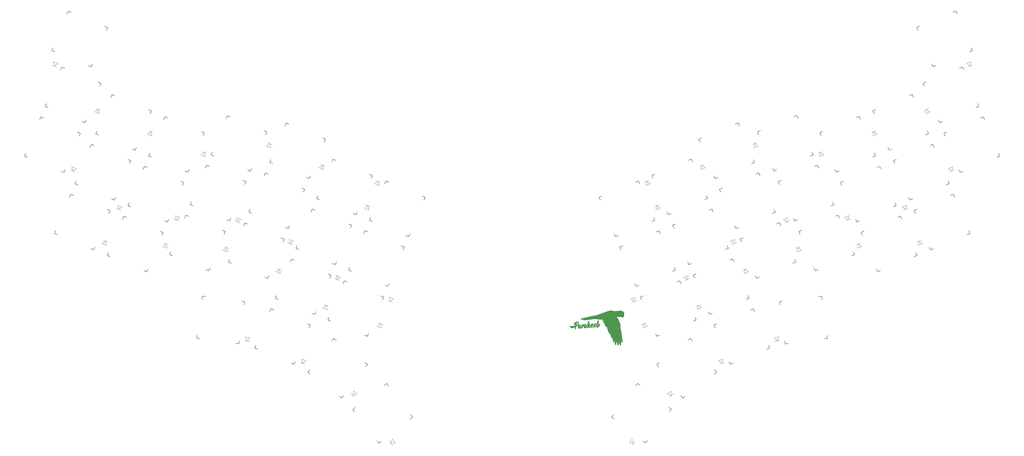
<source format=gbr>
G04 #@! TF.GenerationSoftware,KiCad,Pcbnew,5.1.5+dfsg1-2build2*
G04 #@! TF.CreationDate,2021-03-02T19:33:04+00:00*
G04 #@! TF.ProjectId,rev1,72657631-2e6b-4696-9361-645f70636258,rev?*
G04 #@! TF.SameCoordinates,Original*
G04 #@! TF.FileFunction,Legend,Top*
G04 #@! TF.FilePolarity,Positive*
%FSLAX46Y46*%
G04 Gerber Fmt 4.6, Leading zero omitted, Abs format (unit mm)*
G04 Created by KiCad (PCBNEW 5.1.5+dfsg1-2build2) date 2021-03-02 19:33:04*
%MOMM*%
%LPD*%
G04 APERTURE LIST*
%ADD10C,0.010000*%
%ADD11C,0.150000*%
%ADD12C,0.100000*%
G04 APERTURE END LIST*
D10*
G36*
X240038770Y-177879439D02*
G01*
X240098624Y-177908550D01*
X240161839Y-177960402D01*
X240214057Y-178021186D01*
X240240000Y-178072971D01*
X240238148Y-178118627D01*
X240219551Y-178200951D01*
X240184723Y-178317958D01*
X240149057Y-178424965D01*
X240111109Y-178536767D01*
X240077194Y-178639884D01*
X240050267Y-178725102D01*
X240033280Y-178783207D01*
X240029977Y-178796572D01*
X240021822Y-178842769D01*
X240028900Y-178856190D01*
X240056014Y-178845089D01*
X240057684Y-178844197D01*
X240132980Y-178823607D01*
X240223280Y-178826641D01*
X240309438Y-178851910D01*
X240332481Y-178864144D01*
X240400526Y-178928635D01*
X240453861Y-179026704D01*
X240489260Y-179151181D01*
X240500739Y-179237913D01*
X240507809Y-179306784D01*
X240515704Y-179355019D01*
X240522157Y-179371500D01*
X240542386Y-179358768D01*
X240585368Y-179325320D01*
X240641964Y-179278281D01*
X240644344Y-179276250D01*
X240701584Y-179228778D01*
X240745926Y-179194652D01*
X240768067Y-179181018D01*
X240768334Y-179181000D01*
X240776798Y-179199552D01*
X240780787Y-179244816D01*
X240780833Y-179250788D01*
X240766436Y-179309814D01*
X240721302Y-179375521D01*
X240642520Y-179451344D01*
X240548000Y-179525523D01*
X240501075Y-179568857D01*
X240463953Y-179627003D01*
X240429005Y-179712431D01*
X240422952Y-179729913D01*
X240367382Y-179858090D01*
X240297539Y-179964122D01*
X240219182Y-180040329D01*
X240168203Y-180069502D01*
X240080506Y-180085687D01*
X239990075Y-180069885D01*
X239916708Y-180026579D01*
X239870667Y-179983684D01*
X239870667Y-180057343D01*
X239876215Y-180110356D01*
X239889778Y-180142466D01*
X239891833Y-180144084D01*
X239913061Y-180174568D01*
X239902094Y-180205312D01*
X239867873Y-180218167D01*
X239803345Y-180201732D01*
X239732679Y-180159563D01*
X239671291Y-180102362D01*
X239643914Y-180062665D01*
X239620142Y-180003686D01*
X239597134Y-179924333D01*
X239585749Y-179872269D01*
X239584284Y-179864370D01*
X239997991Y-179864370D01*
X240001171Y-179890929D01*
X240012795Y-179888765D01*
X240036816Y-179854542D01*
X240063478Y-179809106D01*
X240075525Y-179782754D01*
X240060102Y-179784522D01*
X240041602Y-179793976D01*
X240006645Y-179831299D01*
X239997991Y-179864370D01*
X239584284Y-179864370D01*
X239562809Y-179748621D01*
X239494274Y-179854389D01*
X239384353Y-179994211D01*
X239261866Y-180094172D01*
X239127405Y-180153927D01*
X238981559Y-180173132D01*
X238949542Y-180171981D01*
X238824826Y-180149470D01*
X238729822Y-180098220D01*
X238661055Y-180015774D01*
X238629192Y-179945459D01*
X238592879Y-179843217D01*
X238509694Y-179951317D01*
X238405093Y-180073058D01*
X238304152Y-180158184D01*
X238199565Y-180210970D01*
X238084029Y-180235690D01*
X238018253Y-180238869D01*
X237895429Y-180227432D01*
X237801525Y-180189615D01*
X237729697Y-180121689D01*
X237692497Y-180061366D01*
X237641578Y-179962477D01*
X237563752Y-180085564D01*
X237515304Y-180154667D01*
X237466003Y-180213025D01*
X237430208Y-180245159D01*
X237345137Y-180277809D01*
X237251710Y-180277438D01*
X237166137Y-180244953D01*
X237144536Y-180229179D01*
X237105637Y-180191411D01*
X237075566Y-180146652D01*
X237047206Y-180082394D01*
X237023869Y-180017084D01*
X237013118Y-179999829D01*
X236999112Y-180012089D01*
X236978063Y-180058489D01*
X236967467Y-180085934D01*
X236927141Y-180171251D01*
X236881466Y-180218610D01*
X236823642Y-180232359D01*
X236757605Y-180220200D01*
X236695318Y-180189937D01*
X236635328Y-180142381D01*
X236589289Y-180088854D01*
X236568853Y-180040678D01*
X236568667Y-180036626D01*
X236561470Y-180008402D01*
X236541751Y-180017384D01*
X236512312Y-180061320D01*
X236494583Y-180096197D01*
X236454548Y-180163890D01*
X236399049Y-180238268D01*
X236365920Y-180275871D01*
X236309792Y-180329537D01*
X236264210Y-180356961D01*
X236214653Y-180366016D01*
X236199086Y-180366334D01*
X236137063Y-180358314D01*
X236085548Y-180328069D01*
X236051434Y-180295136D01*
X235984286Y-180223939D01*
X235938261Y-180294151D01*
X235869256Y-180362159D01*
X235808675Y-180389399D01*
X235747843Y-180402947D01*
X235698933Y-180397032D01*
X235644183Y-180372624D01*
X235545390Y-180298205D01*
X235472700Y-180190836D01*
X235444927Y-180106803D01*
X235702675Y-180106803D01*
X235711136Y-180170797D01*
X235733649Y-180195295D01*
X235770094Y-180180082D01*
X235794321Y-180156614D01*
X235825618Y-180108634D01*
X235864693Y-180028405D01*
X235908064Y-179924487D01*
X235952248Y-179805440D01*
X235993763Y-179679824D01*
X236009200Y-179628424D01*
X236041133Y-179503149D01*
X236057336Y-179404080D01*
X236058386Y-179333776D01*
X236044860Y-179294796D01*
X236017336Y-179289700D01*
X235976389Y-179321045D01*
X235947695Y-179355625D01*
X235856004Y-179505035D01*
X235781460Y-179681490D01*
X235729049Y-179871487D01*
X235708387Y-180003530D01*
X235702675Y-180106803D01*
X235444927Y-180106803D01*
X235426564Y-180051243D01*
X235419049Y-180010239D01*
X235395448Y-179860349D01*
X235320599Y-179854050D01*
X235271346Y-179844716D01*
X235238136Y-179819588D01*
X235207219Y-179767358D01*
X235201902Y-179756430D01*
X235158053Y-179665110D01*
X235091975Y-179883430D01*
X235043622Y-180051062D01*
X235010842Y-180184399D01*
X234992839Y-180288184D01*
X234988816Y-180367164D01*
X234997979Y-180426082D01*
X234999921Y-180432013D01*
X235013155Y-180480707D01*
X235014025Y-180509439D01*
X235013117Y-180510772D01*
X234984278Y-180513479D01*
X234932328Y-180499145D01*
X234870079Y-180473122D01*
X234810345Y-180440763D01*
X234766118Y-180407595D01*
X234722809Y-180349918D01*
X234688208Y-180278679D01*
X234683782Y-180265338D01*
X234657744Y-180178433D01*
X234578300Y-180301349D01*
X234530275Y-180369645D01*
X234483071Y-180426995D01*
X234449551Y-180458800D01*
X234370483Y-180490704D01*
X234284795Y-180488313D01*
X234207868Y-180452886D01*
X234190303Y-180437530D01*
X234153774Y-180396421D01*
X234135120Y-180366470D01*
X234134500Y-180363075D01*
X234121446Y-180367134D01*
X234087334Y-180396007D01*
X234042878Y-180440045D01*
X233966826Y-180506239D01*
X233897261Y-180534500D01*
X233825688Y-180526487D01*
X233761243Y-180495056D01*
X233669069Y-180420232D01*
X233603139Y-180322282D01*
X233592328Y-180289432D01*
X233838459Y-180289432D01*
X233844321Y-180314977D01*
X233857718Y-180322178D01*
X233872090Y-180320597D01*
X233903832Y-180298724D01*
X233943136Y-180250535D01*
X233969740Y-180207319D01*
X234009113Y-180124092D01*
X234051386Y-180016824D01*
X234093047Y-179896670D01*
X234130582Y-179774780D01*
X234160481Y-179662307D01*
X234179231Y-179570403D01*
X234183751Y-179527743D01*
X234180587Y-179458275D01*
X234164169Y-179427454D01*
X234133558Y-179435347D01*
X234087811Y-179482017D01*
X234046672Y-179537233D01*
X233964870Y-179682218D01*
X233900272Y-179853331D01*
X233857600Y-180036249D01*
X233844073Y-180151528D01*
X233838815Y-180237598D01*
X233838459Y-180289432D01*
X233592328Y-180289432D01*
X233562085Y-180197540D01*
X233544539Y-180042337D01*
X233545382Y-179916501D01*
X233552493Y-179809554D01*
X233565279Y-179728117D01*
X233587427Y-179655418D01*
X233618609Y-179583167D01*
X233692731Y-179446722D01*
X233770750Y-179347440D01*
X233857052Y-179280151D01*
X233890207Y-179263120D01*
X234009155Y-179229496D01*
X234123971Y-179237512D01*
X234232599Y-179286526D01*
X234332985Y-179375894D01*
X234361057Y-179410309D01*
X234394983Y-179460743D01*
X234417444Y-179512597D01*
X234428750Y-179573088D01*
X234429213Y-179649434D01*
X234419141Y-179748851D01*
X234398846Y-179878558D01*
X234384631Y-179958849D01*
X234364950Y-180073145D01*
X234354096Y-180152712D01*
X234351586Y-180204119D01*
X234356938Y-180233932D01*
X234363656Y-180244123D01*
X234400047Y-180256282D01*
X234443401Y-180230098D01*
X234492093Y-180168681D01*
X234544498Y-180075142D01*
X234598989Y-179952590D01*
X234653941Y-179804136D01*
X234707729Y-179632890D01*
X234735561Y-179532627D01*
X234766970Y-179416068D01*
X234795255Y-179314248D01*
X234818441Y-179234024D01*
X234834555Y-179182251D01*
X234841130Y-179165815D01*
X234873004Y-179160363D01*
X234923819Y-179175549D01*
X234979363Y-179205684D01*
X235017233Y-179236310D01*
X235048162Y-179272610D01*
X235062375Y-179310806D01*
X235063903Y-179366729D01*
X235061006Y-179408258D01*
X235051190Y-179526619D01*
X235119771Y-179390851D01*
X235190944Y-179267752D01*
X235259574Y-179184648D01*
X235324918Y-179142058D01*
X235386232Y-179140497D01*
X235434738Y-179171929D01*
X235454188Y-179197010D01*
X235464070Y-179228983D01*
X235463920Y-179275180D01*
X235453273Y-179342933D01*
X235431664Y-179439574D01*
X235412947Y-179515658D01*
X235385932Y-179633994D01*
X235373879Y-179713385D01*
X235376827Y-179753547D01*
X235378993Y-179756627D01*
X235396111Y-179753684D01*
X235411065Y-179708675D01*
X235415323Y-179685738D01*
X235455409Y-179526283D01*
X235517709Y-179384867D01*
X235598169Y-179266327D01*
X235692733Y-179175501D01*
X235797344Y-179117225D01*
X235907948Y-179096337D01*
X235909493Y-179096334D01*
X236012345Y-179114167D01*
X236115299Y-179161724D01*
X236201159Y-179230090D01*
X236226428Y-179260651D01*
X236268226Y-179331019D01*
X236292398Y-179405315D01*
X236299875Y-179492873D01*
X236291589Y-179603023D01*
X236272595Y-179722789D01*
X236255172Y-179825552D01*
X236241219Y-179920982D01*
X236232455Y-179996525D01*
X236230321Y-180031709D01*
X236237435Y-180098782D01*
X236258359Y-180127603D01*
X236291396Y-180119313D01*
X236334848Y-180075050D01*
X236387020Y-179995955D01*
X236443694Y-179888391D01*
X236483665Y-179798687D01*
X236496198Y-179763084D01*
X236843833Y-179763084D01*
X236854417Y-179773667D01*
X236865000Y-179763084D01*
X236854417Y-179752500D01*
X236843833Y-179763084D01*
X236496198Y-179763084D01*
X236515524Y-179708190D01*
X236537327Y-179625500D01*
X236868342Y-179625500D01*
X236871668Y-179655549D01*
X236879018Y-179651959D01*
X236881814Y-179608623D01*
X236879018Y-179599042D01*
X236871292Y-179596383D01*
X236868342Y-179625500D01*
X236537327Y-179625500D01*
X236542853Y-179604545D01*
X236569236Y-179475395D01*
X236578835Y-179422296D01*
X236611525Y-179246157D01*
X236644503Y-179090420D01*
X236681069Y-178942417D01*
X236724524Y-178789480D01*
X236778167Y-178618940D01*
X236824227Y-178480287D01*
X236860447Y-178370687D01*
X236891201Y-178273391D01*
X236914101Y-178196293D01*
X236926758Y-178147286D01*
X236928500Y-178135664D01*
X236943064Y-178099842D01*
X236980996Y-178089350D01*
X237033657Y-178101813D01*
X237092410Y-178134856D01*
X237148614Y-178186102D01*
X237159464Y-178199182D01*
X237184521Y-178238275D01*
X237197751Y-178281911D01*
X237198417Y-178336801D01*
X237185779Y-178409655D01*
X237159099Y-178507185D01*
X237117638Y-178636102D01*
X237108341Y-178663775D01*
X237066249Y-178794021D01*
X237024485Y-178933166D01*
X236985000Y-179073639D01*
X236949745Y-179207870D01*
X236920672Y-179328290D01*
X236899732Y-179427327D01*
X236888877Y-179497412D01*
X236887838Y-179519136D01*
X236893127Y-179523249D01*
X236906088Y-179492126D01*
X236912306Y-179471819D01*
X237135684Y-179471819D01*
X237140216Y-179477334D01*
X237163078Y-179461122D01*
X237197639Y-179420022D01*
X237215761Y-179394180D01*
X237253318Y-179320393D01*
X237278738Y-179239595D01*
X237282133Y-179219555D01*
X237287801Y-179164411D01*
X237284255Y-179144232D01*
X237268547Y-179152113D01*
X237257616Y-179162129D01*
X237234082Y-179195662D01*
X237206482Y-179250793D01*
X237178830Y-179316748D01*
X237155138Y-179382753D01*
X237139418Y-179438035D01*
X237135684Y-179471819D01*
X236912306Y-179471819D01*
X236924587Y-179431713D01*
X236940113Y-179373511D01*
X236982983Y-179228696D01*
X237029503Y-179121598D01*
X237082526Y-179047607D01*
X237144906Y-179002115D01*
X237177899Y-178989378D01*
X237245844Y-178976158D01*
X237306253Y-178986171D01*
X237335329Y-178997246D01*
X237418066Y-179049886D01*
X237466943Y-179126002D01*
X237483736Y-179228554D01*
X237483640Y-179244656D01*
X237461534Y-179375203D01*
X237402114Y-179485927D01*
X237306161Y-179575469D01*
X237286182Y-179588542D01*
X237227063Y-179627467D01*
X237197238Y-179656526D01*
X237189031Y-179686480D01*
X237193031Y-179719162D01*
X237225352Y-179859026D01*
X237262573Y-179958910D01*
X237305886Y-180021003D01*
X237356481Y-180047496D01*
X237372383Y-180048834D01*
X237418946Y-180028046D01*
X237470942Y-179966350D01*
X237527818Y-179864747D01*
X237589021Y-179724234D01*
X237622354Y-179632704D01*
X237975729Y-179632704D01*
X237984442Y-179636916D01*
X238005263Y-179626965D01*
X238039657Y-179600591D01*
X238090186Y-179552738D01*
X238141955Y-179498064D01*
X238192262Y-179432793D01*
X238240644Y-179354301D01*
X238281858Y-179273335D01*
X238310662Y-179200638D01*
X238321811Y-179146956D01*
X238320085Y-179133006D01*
X238302627Y-179127523D01*
X238268671Y-179151986D01*
X238223215Y-179199869D01*
X238171258Y-179264649D01*
X238117797Y-179339802D01*
X238067831Y-179418802D01*
X238026358Y-179495125D01*
X238004465Y-179545011D01*
X237982429Y-179604682D01*
X237975729Y-179632704D01*
X237622354Y-179632704D01*
X237653999Y-179545813D01*
X237659526Y-179529387D01*
X237700765Y-179409884D01*
X237735509Y-179321090D01*
X237768990Y-179253038D01*
X237806442Y-179195760D01*
X237853097Y-179139289D01*
X237879484Y-179110415D01*
X237985219Y-179019692D01*
X238100249Y-178961186D01*
X238212976Y-178939602D01*
X238283381Y-178945990D01*
X238338808Y-178975408D01*
X238366434Y-178999752D01*
X238402094Y-179037869D01*
X238421612Y-179075186D01*
X238429764Y-179126403D01*
X238431333Y-179199444D01*
X238421113Y-179324475D01*
X238388831Y-179424758D01*
X238388112Y-179426252D01*
X238329229Y-179516221D01*
X238242348Y-179609535D01*
X238139260Y-179695087D01*
X238031977Y-179761659D01*
X237969770Y-179795728D01*
X237937171Y-179823919D01*
X237924864Y-179857004D01*
X237923333Y-179887282D01*
X237933640Y-179981156D01*
X237961909Y-180054294D01*
X238004162Y-180097790D01*
X238020145Y-180104034D01*
X238096726Y-180102347D01*
X238182068Y-180064572D01*
X238272329Y-179995033D01*
X238363668Y-179898054D01*
X238452243Y-179777962D01*
X238534213Y-179639081D01*
X238585309Y-179529529D01*
X238946760Y-179529529D01*
X238948801Y-179556631D01*
X238974885Y-179548943D01*
X239025134Y-179506564D01*
X239093775Y-179435984D01*
X239159299Y-179354967D01*
X239214598Y-179267564D01*
X239254807Y-179183616D01*
X239275060Y-179112965D01*
X239273540Y-179072370D01*
X239257209Y-179072851D01*
X239222885Y-179100519D01*
X239176995Y-179147981D01*
X239125967Y-179207844D01*
X239076227Y-179272716D01*
X239034203Y-179335203D01*
X239014317Y-179370546D01*
X238968639Y-179467534D01*
X238946760Y-179529529D01*
X238585309Y-179529529D01*
X238605735Y-179485736D01*
X238633284Y-179413737D01*
X238707355Y-179236419D01*
X238790010Y-179097699D01*
X238883600Y-178994306D01*
X238982651Y-178926913D01*
X239101260Y-178881473D01*
X239205225Y-178872299D01*
X239290742Y-178897242D01*
X239354005Y-178954155D01*
X239391212Y-179040893D01*
X239398558Y-179155307D01*
X239398102Y-179161366D01*
X239365499Y-179307979D01*
X239294105Y-179443032D01*
X239186752Y-179562699D01*
X239046269Y-179663153D01*
X239013687Y-179680999D01*
X238897100Y-179741917D01*
X238897050Y-179848996D01*
X238906037Y-179943607D01*
X238934540Y-180002844D01*
X238984710Y-180029946D01*
X239019061Y-180032444D01*
X239115458Y-180009034D01*
X239215855Y-179945110D01*
X239318693Y-179842127D01*
X239416968Y-179708915D01*
X239886590Y-179708915D01*
X240016650Y-179651432D01*
X240089267Y-179616629D01*
X240132319Y-179586460D01*
X240156271Y-179551783D01*
X240167320Y-179519766D01*
X240177951Y-179459914D01*
X240185435Y-179376605D01*
X240188048Y-179294980D01*
X240185367Y-179206604D01*
X240175271Y-179147135D01*
X240154940Y-179103394D01*
X240143670Y-179087808D01*
X240110898Y-179055497D01*
X240080706Y-179050799D01*
X240048977Y-179076919D01*
X240011593Y-179137062D01*
X239969521Y-179223334D01*
X239930620Y-179321117D01*
X239907965Y-179417253D01*
X239896473Y-179533393D01*
X239896387Y-179534916D01*
X239886590Y-179708915D01*
X239416968Y-179708915D01*
X239422412Y-179701537D01*
X239485824Y-179597270D01*
X239531566Y-179510166D01*
X239563516Y-179429092D01*
X239587200Y-179337294D01*
X239605659Y-179233917D01*
X239648637Y-179007508D01*
X239710784Y-178751493D01*
X239792764Y-178463339D01*
X239874808Y-178202645D01*
X239915276Y-178079311D01*
X239945484Y-177990800D01*
X239968198Y-177931655D01*
X239986187Y-177896420D01*
X240002219Y-177879639D01*
X240019061Y-177875856D01*
X240038770Y-177879439D01*
G37*
X240038770Y-177879439D02*
X240098624Y-177908550D01*
X240161839Y-177960402D01*
X240214057Y-178021186D01*
X240240000Y-178072971D01*
X240238148Y-178118627D01*
X240219551Y-178200951D01*
X240184723Y-178317958D01*
X240149057Y-178424965D01*
X240111109Y-178536767D01*
X240077194Y-178639884D01*
X240050267Y-178725102D01*
X240033280Y-178783207D01*
X240029977Y-178796572D01*
X240021822Y-178842769D01*
X240028900Y-178856190D01*
X240056014Y-178845089D01*
X240057684Y-178844197D01*
X240132980Y-178823607D01*
X240223280Y-178826641D01*
X240309438Y-178851910D01*
X240332481Y-178864144D01*
X240400526Y-178928635D01*
X240453861Y-179026704D01*
X240489260Y-179151181D01*
X240500739Y-179237913D01*
X240507809Y-179306784D01*
X240515704Y-179355019D01*
X240522157Y-179371500D01*
X240542386Y-179358768D01*
X240585368Y-179325320D01*
X240641964Y-179278281D01*
X240644344Y-179276250D01*
X240701584Y-179228778D01*
X240745926Y-179194652D01*
X240768067Y-179181018D01*
X240768334Y-179181000D01*
X240776798Y-179199552D01*
X240780787Y-179244816D01*
X240780833Y-179250788D01*
X240766436Y-179309814D01*
X240721302Y-179375521D01*
X240642520Y-179451344D01*
X240548000Y-179525523D01*
X240501075Y-179568857D01*
X240463953Y-179627003D01*
X240429005Y-179712431D01*
X240422952Y-179729913D01*
X240367382Y-179858090D01*
X240297539Y-179964122D01*
X240219182Y-180040329D01*
X240168203Y-180069502D01*
X240080506Y-180085687D01*
X239990075Y-180069885D01*
X239916708Y-180026579D01*
X239870667Y-179983684D01*
X239870667Y-180057343D01*
X239876215Y-180110356D01*
X239889778Y-180142466D01*
X239891833Y-180144084D01*
X239913061Y-180174568D01*
X239902094Y-180205312D01*
X239867873Y-180218167D01*
X239803345Y-180201732D01*
X239732679Y-180159563D01*
X239671291Y-180102362D01*
X239643914Y-180062665D01*
X239620142Y-180003686D01*
X239597134Y-179924333D01*
X239585749Y-179872269D01*
X239584284Y-179864370D01*
X239997991Y-179864370D01*
X240001171Y-179890929D01*
X240012795Y-179888765D01*
X240036816Y-179854542D01*
X240063478Y-179809106D01*
X240075525Y-179782754D01*
X240060102Y-179784522D01*
X240041602Y-179793976D01*
X240006645Y-179831299D01*
X239997991Y-179864370D01*
X239584284Y-179864370D01*
X239562809Y-179748621D01*
X239494274Y-179854389D01*
X239384353Y-179994211D01*
X239261866Y-180094172D01*
X239127405Y-180153927D01*
X238981559Y-180173132D01*
X238949542Y-180171981D01*
X238824826Y-180149470D01*
X238729822Y-180098220D01*
X238661055Y-180015774D01*
X238629192Y-179945459D01*
X238592879Y-179843217D01*
X238509694Y-179951317D01*
X238405093Y-180073058D01*
X238304152Y-180158184D01*
X238199565Y-180210970D01*
X238084029Y-180235690D01*
X238018253Y-180238869D01*
X237895429Y-180227432D01*
X237801525Y-180189615D01*
X237729697Y-180121689D01*
X237692497Y-180061366D01*
X237641578Y-179962477D01*
X237563752Y-180085564D01*
X237515304Y-180154667D01*
X237466003Y-180213025D01*
X237430208Y-180245159D01*
X237345137Y-180277809D01*
X237251710Y-180277438D01*
X237166137Y-180244953D01*
X237144536Y-180229179D01*
X237105637Y-180191411D01*
X237075566Y-180146652D01*
X237047206Y-180082394D01*
X237023869Y-180017084D01*
X237013118Y-179999829D01*
X236999112Y-180012089D01*
X236978063Y-180058489D01*
X236967467Y-180085934D01*
X236927141Y-180171251D01*
X236881466Y-180218610D01*
X236823642Y-180232359D01*
X236757605Y-180220200D01*
X236695318Y-180189937D01*
X236635328Y-180142381D01*
X236589289Y-180088854D01*
X236568853Y-180040678D01*
X236568667Y-180036626D01*
X236561470Y-180008402D01*
X236541751Y-180017384D01*
X236512312Y-180061320D01*
X236494583Y-180096197D01*
X236454548Y-180163890D01*
X236399049Y-180238268D01*
X236365920Y-180275871D01*
X236309792Y-180329537D01*
X236264210Y-180356961D01*
X236214653Y-180366016D01*
X236199086Y-180366334D01*
X236137063Y-180358314D01*
X236085548Y-180328069D01*
X236051434Y-180295136D01*
X235984286Y-180223939D01*
X235938261Y-180294151D01*
X235869256Y-180362159D01*
X235808675Y-180389399D01*
X235747843Y-180402947D01*
X235698933Y-180397032D01*
X235644183Y-180372624D01*
X235545390Y-180298205D01*
X235472700Y-180190836D01*
X235444927Y-180106803D01*
X235702675Y-180106803D01*
X235711136Y-180170797D01*
X235733649Y-180195295D01*
X235770094Y-180180082D01*
X235794321Y-180156614D01*
X235825618Y-180108634D01*
X235864693Y-180028405D01*
X235908064Y-179924487D01*
X235952248Y-179805440D01*
X235993763Y-179679824D01*
X236009200Y-179628424D01*
X236041133Y-179503149D01*
X236057336Y-179404080D01*
X236058386Y-179333776D01*
X236044860Y-179294796D01*
X236017336Y-179289700D01*
X235976389Y-179321045D01*
X235947695Y-179355625D01*
X235856004Y-179505035D01*
X235781460Y-179681490D01*
X235729049Y-179871487D01*
X235708387Y-180003530D01*
X235702675Y-180106803D01*
X235444927Y-180106803D01*
X235426564Y-180051243D01*
X235419049Y-180010239D01*
X235395448Y-179860349D01*
X235320599Y-179854050D01*
X235271346Y-179844716D01*
X235238136Y-179819588D01*
X235207219Y-179767358D01*
X235201902Y-179756430D01*
X235158053Y-179665110D01*
X235091975Y-179883430D01*
X235043622Y-180051062D01*
X235010842Y-180184399D01*
X234992839Y-180288184D01*
X234988816Y-180367164D01*
X234997979Y-180426082D01*
X234999921Y-180432013D01*
X235013155Y-180480707D01*
X235014025Y-180509439D01*
X235013117Y-180510772D01*
X234984278Y-180513479D01*
X234932328Y-180499145D01*
X234870079Y-180473122D01*
X234810345Y-180440763D01*
X234766118Y-180407595D01*
X234722809Y-180349918D01*
X234688208Y-180278679D01*
X234683782Y-180265338D01*
X234657744Y-180178433D01*
X234578300Y-180301349D01*
X234530275Y-180369645D01*
X234483071Y-180426995D01*
X234449551Y-180458800D01*
X234370483Y-180490704D01*
X234284795Y-180488313D01*
X234207868Y-180452886D01*
X234190303Y-180437530D01*
X234153774Y-180396421D01*
X234135120Y-180366470D01*
X234134500Y-180363075D01*
X234121446Y-180367134D01*
X234087334Y-180396007D01*
X234042878Y-180440045D01*
X233966826Y-180506239D01*
X233897261Y-180534500D01*
X233825688Y-180526487D01*
X233761243Y-180495056D01*
X233669069Y-180420232D01*
X233603139Y-180322282D01*
X233592328Y-180289432D01*
X233838459Y-180289432D01*
X233844321Y-180314977D01*
X233857718Y-180322178D01*
X233872090Y-180320597D01*
X233903832Y-180298724D01*
X233943136Y-180250535D01*
X233969740Y-180207319D01*
X234009113Y-180124092D01*
X234051386Y-180016824D01*
X234093047Y-179896670D01*
X234130582Y-179774780D01*
X234160481Y-179662307D01*
X234179231Y-179570403D01*
X234183751Y-179527743D01*
X234180587Y-179458275D01*
X234164169Y-179427454D01*
X234133558Y-179435347D01*
X234087811Y-179482017D01*
X234046672Y-179537233D01*
X233964870Y-179682218D01*
X233900272Y-179853331D01*
X233857600Y-180036249D01*
X233844073Y-180151528D01*
X233838815Y-180237598D01*
X233838459Y-180289432D01*
X233592328Y-180289432D01*
X233562085Y-180197540D01*
X233544539Y-180042337D01*
X233545382Y-179916501D01*
X233552493Y-179809554D01*
X233565279Y-179728117D01*
X233587427Y-179655418D01*
X233618609Y-179583167D01*
X233692731Y-179446722D01*
X233770750Y-179347440D01*
X233857052Y-179280151D01*
X233890207Y-179263120D01*
X234009155Y-179229496D01*
X234123971Y-179237512D01*
X234232599Y-179286526D01*
X234332985Y-179375894D01*
X234361057Y-179410309D01*
X234394983Y-179460743D01*
X234417444Y-179512597D01*
X234428750Y-179573088D01*
X234429213Y-179649434D01*
X234419141Y-179748851D01*
X234398846Y-179878558D01*
X234384631Y-179958849D01*
X234364950Y-180073145D01*
X234354096Y-180152712D01*
X234351586Y-180204119D01*
X234356938Y-180233932D01*
X234363656Y-180244123D01*
X234400047Y-180256282D01*
X234443401Y-180230098D01*
X234492093Y-180168681D01*
X234544498Y-180075142D01*
X234598989Y-179952590D01*
X234653941Y-179804136D01*
X234707729Y-179632890D01*
X234735561Y-179532627D01*
X234766970Y-179416068D01*
X234795255Y-179314248D01*
X234818441Y-179234024D01*
X234834555Y-179182251D01*
X234841130Y-179165815D01*
X234873004Y-179160363D01*
X234923819Y-179175549D01*
X234979363Y-179205684D01*
X235017233Y-179236310D01*
X235048162Y-179272610D01*
X235062375Y-179310806D01*
X235063903Y-179366729D01*
X235061006Y-179408258D01*
X235051190Y-179526619D01*
X235119771Y-179390851D01*
X235190944Y-179267752D01*
X235259574Y-179184648D01*
X235324918Y-179142058D01*
X235386232Y-179140497D01*
X235434738Y-179171929D01*
X235454188Y-179197010D01*
X235464070Y-179228983D01*
X235463920Y-179275180D01*
X235453273Y-179342933D01*
X235431664Y-179439574D01*
X235412947Y-179515658D01*
X235385932Y-179633994D01*
X235373879Y-179713385D01*
X235376827Y-179753547D01*
X235378993Y-179756627D01*
X235396111Y-179753684D01*
X235411065Y-179708675D01*
X235415323Y-179685738D01*
X235455409Y-179526283D01*
X235517709Y-179384867D01*
X235598169Y-179266327D01*
X235692733Y-179175501D01*
X235797344Y-179117225D01*
X235907948Y-179096337D01*
X235909493Y-179096334D01*
X236012345Y-179114167D01*
X236115299Y-179161724D01*
X236201159Y-179230090D01*
X236226428Y-179260651D01*
X236268226Y-179331019D01*
X236292398Y-179405315D01*
X236299875Y-179492873D01*
X236291589Y-179603023D01*
X236272595Y-179722789D01*
X236255172Y-179825552D01*
X236241219Y-179920982D01*
X236232455Y-179996525D01*
X236230321Y-180031709D01*
X236237435Y-180098782D01*
X236258359Y-180127603D01*
X236291396Y-180119313D01*
X236334848Y-180075050D01*
X236387020Y-179995955D01*
X236443694Y-179888391D01*
X236483665Y-179798687D01*
X236496198Y-179763084D01*
X236843833Y-179763084D01*
X236854417Y-179773667D01*
X236865000Y-179763084D01*
X236854417Y-179752500D01*
X236843833Y-179763084D01*
X236496198Y-179763084D01*
X236515524Y-179708190D01*
X236537327Y-179625500D01*
X236868342Y-179625500D01*
X236871668Y-179655549D01*
X236879018Y-179651959D01*
X236881814Y-179608623D01*
X236879018Y-179599042D01*
X236871292Y-179596383D01*
X236868342Y-179625500D01*
X236537327Y-179625500D01*
X236542853Y-179604545D01*
X236569236Y-179475395D01*
X236578835Y-179422296D01*
X236611525Y-179246157D01*
X236644503Y-179090420D01*
X236681069Y-178942417D01*
X236724524Y-178789480D01*
X236778167Y-178618940D01*
X236824227Y-178480287D01*
X236860447Y-178370687D01*
X236891201Y-178273391D01*
X236914101Y-178196293D01*
X236926758Y-178147286D01*
X236928500Y-178135664D01*
X236943064Y-178099842D01*
X236980996Y-178089350D01*
X237033657Y-178101813D01*
X237092410Y-178134856D01*
X237148614Y-178186102D01*
X237159464Y-178199182D01*
X237184521Y-178238275D01*
X237197751Y-178281911D01*
X237198417Y-178336801D01*
X237185779Y-178409655D01*
X237159099Y-178507185D01*
X237117638Y-178636102D01*
X237108341Y-178663775D01*
X237066249Y-178794021D01*
X237024485Y-178933166D01*
X236985000Y-179073639D01*
X236949745Y-179207870D01*
X236920672Y-179328290D01*
X236899732Y-179427327D01*
X236888877Y-179497412D01*
X236887838Y-179519136D01*
X236893127Y-179523249D01*
X236906088Y-179492126D01*
X236912306Y-179471819D01*
X237135684Y-179471819D01*
X237140216Y-179477334D01*
X237163078Y-179461122D01*
X237197639Y-179420022D01*
X237215761Y-179394180D01*
X237253318Y-179320393D01*
X237278738Y-179239595D01*
X237282133Y-179219555D01*
X237287801Y-179164411D01*
X237284255Y-179144232D01*
X237268547Y-179152113D01*
X237257616Y-179162129D01*
X237234082Y-179195662D01*
X237206482Y-179250793D01*
X237178830Y-179316748D01*
X237155138Y-179382753D01*
X237139418Y-179438035D01*
X237135684Y-179471819D01*
X236912306Y-179471819D01*
X236924587Y-179431713D01*
X236940113Y-179373511D01*
X236982983Y-179228696D01*
X237029503Y-179121598D01*
X237082526Y-179047607D01*
X237144906Y-179002115D01*
X237177899Y-178989378D01*
X237245844Y-178976158D01*
X237306253Y-178986171D01*
X237335329Y-178997246D01*
X237418066Y-179049886D01*
X237466943Y-179126002D01*
X237483736Y-179228554D01*
X237483640Y-179244656D01*
X237461534Y-179375203D01*
X237402114Y-179485927D01*
X237306161Y-179575469D01*
X237286182Y-179588542D01*
X237227063Y-179627467D01*
X237197238Y-179656526D01*
X237189031Y-179686480D01*
X237193031Y-179719162D01*
X237225352Y-179859026D01*
X237262573Y-179958910D01*
X237305886Y-180021003D01*
X237356481Y-180047496D01*
X237372383Y-180048834D01*
X237418946Y-180028046D01*
X237470942Y-179966350D01*
X237527818Y-179864747D01*
X237589021Y-179724234D01*
X237622354Y-179632704D01*
X237975729Y-179632704D01*
X237984442Y-179636916D01*
X238005263Y-179626965D01*
X238039657Y-179600591D01*
X238090186Y-179552738D01*
X238141955Y-179498064D01*
X238192262Y-179432793D01*
X238240644Y-179354301D01*
X238281858Y-179273335D01*
X238310662Y-179200638D01*
X238321811Y-179146956D01*
X238320085Y-179133006D01*
X238302627Y-179127523D01*
X238268671Y-179151986D01*
X238223215Y-179199869D01*
X238171258Y-179264649D01*
X238117797Y-179339802D01*
X238067831Y-179418802D01*
X238026358Y-179495125D01*
X238004465Y-179545011D01*
X237982429Y-179604682D01*
X237975729Y-179632704D01*
X237622354Y-179632704D01*
X237653999Y-179545813D01*
X237659526Y-179529387D01*
X237700765Y-179409884D01*
X237735509Y-179321090D01*
X237768990Y-179253038D01*
X237806442Y-179195760D01*
X237853097Y-179139289D01*
X237879484Y-179110415D01*
X237985219Y-179019692D01*
X238100249Y-178961186D01*
X238212976Y-178939602D01*
X238283381Y-178945990D01*
X238338808Y-178975408D01*
X238366434Y-178999752D01*
X238402094Y-179037869D01*
X238421612Y-179075186D01*
X238429764Y-179126403D01*
X238431333Y-179199444D01*
X238421113Y-179324475D01*
X238388831Y-179424758D01*
X238388112Y-179426252D01*
X238329229Y-179516221D01*
X238242348Y-179609535D01*
X238139260Y-179695087D01*
X238031977Y-179761659D01*
X237969770Y-179795728D01*
X237937171Y-179823919D01*
X237924864Y-179857004D01*
X237923333Y-179887282D01*
X237933640Y-179981156D01*
X237961909Y-180054294D01*
X238004162Y-180097790D01*
X238020145Y-180104034D01*
X238096726Y-180102347D01*
X238182068Y-180064572D01*
X238272329Y-179995033D01*
X238363668Y-179898054D01*
X238452243Y-179777962D01*
X238534213Y-179639081D01*
X238585309Y-179529529D01*
X238946760Y-179529529D01*
X238948801Y-179556631D01*
X238974885Y-179548943D01*
X239025134Y-179506564D01*
X239093775Y-179435984D01*
X239159299Y-179354967D01*
X239214598Y-179267564D01*
X239254807Y-179183616D01*
X239275060Y-179112965D01*
X239273540Y-179072370D01*
X239257209Y-179072851D01*
X239222885Y-179100519D01*
X239176995Y-179147981D01*
X239125967Y-179207844D01*
X239076227Y-179272716D01*
X239034203Y-179335203D01*
X239014317Y-179370546D01*
X238968639Y-179467534D01*
X238946760Y-179529529D01*
X238585309Y-179529529D01*
X238605735Y-179485736D01*
X238633284Y-179413737D01*
X238707355Y-179236419D01*
X238790010Y-179097699D01*
X238883600Y-178994306D01*
X238982651Y-178926913D01*
X239101260Y-178881473D01*
X239205225Y-178872299D01*
X239290742Y-178897242D01*
X239354005Y-178954155D01*
X239391212Y-179040893D01*
X239398558Y-179155307D01*
X239398102Y-179161366D01*
X239365499Y-179307979D01*
X239294105Y-179443032D01*
X239186752Y-179562699D01*
X239046269Y-179663153D01*
X239013687Y-179680999D01*
X238897100Y-179741917D01*
X238897050Y-179848996D01*
X238906037Y-179943607D01*
X238934540Y-180002844D01*
X238984710Y-180029946D01*
X239019061Y-180032444D01*
X239115458Y-180009034D01*
X239215855Y-179945110D01*
X239318693Y-179842127D01*
X239416968Y-179708915D01*
X239886590Y-179708915D01*
X240016650Y-179651432D01*
X240089267Y-179616629D01*
X240132319Y-179586460D01*
X240156271Y-179551783D01*
X240167320Y-179519766D01*
X240177951Y-179459914D01*
X240185435Y-179376605D01*
X240188048Y-179294980D01*
X240185367Y-179206604D01*
X240175271Y-179147135D01*
X240154940Y-179103394D01*
X240143670Y-179087808D01*
X240110898Y-179055497D01*
X240080706Y-179050799D01*
X240048977Y-179076919D01*
X240011593Y-179137062D01*
X239969521Y-179223334D01*
X239930620Y-179321117D01*
X239907965Y-179417253D01*
X239896473Y-179533393D01*
X239896387Y-179534916D01*
X239886590Y-179708915D01*
X239416968Y-179708915D01*
X239422412Y-179701537D01*
X239485824Y-179597270D01*
X239531566Y-179510166D01*
X239563516Y-179429092D01*
X239587200Y-179337294D01*
X239605659Y-179233917D01*
X239648637Y-179007508D01*
X239710784Y-178751493D01*
X239792764Y-178463339D01*
X239874808Y-178202645D01*
X239915276Y-178079311D01*
X239945484Y-177990800D01*
X239968198Y-177931655D01*
X239986187Y-177896420D01*
X240002219Y-177879639D01*
X240019061Y-177875856D01*
X240038770Y-177879439D01*
G36*
X233438424Y-178321762D02*
G01*
X233569759Y-178354867D01*
X233680469Y-178414597D01*
X233765109Y-178501564D01*
X233769351Y-178507831D01*
X233797593Y-178554513D01*
X233814910Y-178598452D01*
X233823919Y-178652232D01*
X233827236Y-178728434D01*
X233827583Y-178787871D01*
X233825886Y-178887037D01*
X233818862Y-178959055D01*
X233803609Y-179019040D01*
X233777227Y-179082107D01*
X233767089Y-179103114D01*
X233646657Y-179302395D01*
X233489615Y-179487482D01*
X233300579Y-179653796D01*
X233084166Y-179796755D01*
X233047243Y-179817191D01*
X232888187Y-179902985D01*
X232860468Y-180023534D01*
X232849126Y-180096990D01*
X232840317Y-180202921D01*
X232834655Y-180331514D01*
X232832750Y-180466882D01*
X232831870Y-180578350D01*
X232829444Y-180673154D01*
X232825792Y-180744039D01*
X232821233Y-180783748D01*
X232818520Y-180789674D01*
X232795035Y-180777862D01*
X232749827Y-180747498D01*
X232712687Y-180720209D01*
X232648514Y-180660716D01*
X232602319Y-180589548D01*
X232571750Y-180499459D01*
X232554452Y-180383206D01*
X232548070Y-180233542D01*
X232547926Y-180213201D01*
X232547000Y-179985985D01*
X232287708Y-180157908D01*
X232145575Y-180250372D01*
X232031116Y-180320138D01*
X231938244Y-180370054D01*
X231860874Y-180402966D01*
X231792922Y-180421721D01*
X231728301Y-180429167D01*
X231706874Y-180429627D01*
X231642246Y-180426092D01*
X231596655Y-180416819D01*
X231584313Y-180409308D01*
X231596567Y-180391934D01*
X231639707Y-180361343D01*
X231706326Y-180322369D01*
X231762980Y-180292679D01*
X231853182Y-180246242D01*
X231915292Y-180212039D01*
X231947502Y-180191565D01*
X231948001Y-180186320D01*
X231914981Y-180197800D01*
X231846631Y-180227504D01*
X231835693Y-180232491D01*
X231741078Y-180267923D01*
X231640104Y-180292792D01*
X231541630Y-180306477D01*
X231454517Y-180308357D01*
X231387624Y-180297814D01*
X231349811Y-180274228D01*
X231346108Y-180266742D01*
X231361787Y-180250919D01*
X231410927Y-180225974D01*
X231486491Y-180195107D01*
X231566979Y-180166352D01*
X231666872Y-180131708D01*
X231755705Y-180099233D01*
X231828090Y-180071137D01*
X231878643Y-180049630D01*
X231901977Y-180036925D01*
X231892705Y-180035231D01*
X231880250Y-180037764D01*
X231842867Y-180046883D01*
X231775082Y-180063926D01*
X231687477Y-180086220D01*
X231615667Y-180104639D01*
X231509695Y-180129154D01*
X231404947Y-180148694D01*
X231316527Y-180160651D01*
X231277000Y-180163108D01*
X231195585Y-180158147D01*
X231120848Y-180143597D01*
X231062719Y-180122626D01*
X231031129Y-180098404D01*
X231028933Y-180083949D01*
X231034660Y-180073845D01*
X231048063Y-180064584D01*
X231074432Y-180054880D01*
X231119057Y-180043447D01*
X231187226Y-180028999D01*
X231248866Y-180017084D01*
X231954333Y-180017084D01*
X231964917Y-180027667D01*
X231975500Y-180017084D01*
X231964917Y-180006500D01*
X231954333Y-180017084D01*
X231248866Y-180017084D01*
X231284231Y-180010248D01*
X231415359Y-179985909D01*
X231483196Y-179973470D01*
X231593115Y-179952817D01*
X231685986Y-179934345D01*
X231754931Y-179919505D01*
X231793075Y-179909747D01*
X231798369Y-179906980D01*
X231775772Y-179906537D01*
X231719254Y-179910613D01*
X231636906Y-179918497D01*
X231536814Y-179929476D01*
X231518089Y-179931661D01*
X231351094Y-179949846D01*
X231219530Y-179960329D01*
X231117174Y-179962976D01*
X231037806Y-179957648D01*
X230975203Y-179944211D01*
X230923144Y-179922528D01*
X230915737Y-179918487D01*
X230872898Y-179890084D01*
X231869667Y-179890084D01*
X231880250Y-179900667D01*
X231890833Y-179890084D01*
X231880250Y-179879500D01*
X231869667Y-179890084D01*
X230872898Y-179890084D01*
X230854657Y-179877990D01*
X230824731Y-179844615D01*
X230828267Y-179822579D01*
X230859622Y-179815914D01*
X230903082Y-179814247D01*
X230981292Y-179809687D01*
X231086808Y-179802767D01*
X231212185Y-179794016D01*
X231349979Y-179783969D01*
X231492746Y-179773155D01*
X231633042Y-179762108D01*
X231763421Y-179751358D01*
X231763833Y-179751324D01*
X231885098Y-179740291D01*
X232016375Y-179727084D01*
X232149813Y-179712631D01*
X232277561Y-179697859D01*
X232391767Y-179683695D01*
X232484580Y-179671068D01*
X232548149Y-179660905D01*
X232569923Y-179656102D01*
X232593515Y-179629357D01*
X232622358Y-179563024D01*
X232655490Y-179459389D01*
X232660988Y-179439987D01*
X232725150Y-179240239D01*
X232794908Y-179081505D01*
X232871020Y-178962744D01*
X232954243Y-178882916D01*
X233045335Y-178840978D01*
X233102303Y-178833601D01*
X233160225Y-178835482D01*
X233188383Y-178848142D01*
X233199052Y-178877376D01*
X233199353Y-178879417D01*
X233194362Y-178915882D01*
X233175980Y-178982860D01*
X233146904Y-179071709D01*
X233109829Y-179173783D01*
X233097891Y-179204817D01*
X233059726Y-179305276D01*
X233028989Y-179391085D01*
X233008172Y-179454891D01*
X232999764Y-179489342D01*
X233000217Y-179493106D01*
X233023546Y-179488740D01*
X233071976Y-179462566D01*
X233138122Y-179419917D01*
X233214600Y-179366128D01*
X233294024Y-179306534D01*
X233369010Y-179246471D01*
X233432173Y-179191273D01*
X233469009Y-179154445D01*
X233543482Y-179060547D01*
X233605369Y-178960770D01*
X233648866Y-178866095D01*
X233668169Y-178787501D01*
X233668626Y-178776822D01*
X233650067Y-178714594D01*
X233597895Y-178668760D01*
X233518162Y-178640912D01*
X233416916Y-178632646D01*
X233300209Y-178645554D01*
X233232620Y-178661967D01*
X233064341Y-178722356D01*
X232908356Y-178800784D01*
X232769397Y-178893030D01*
X232652197Y-178994875D01*
X232561489Y-179102098D01*
X232502006Y-179210479D01*
X232478482Y-179315798D01*
X232478444Y-179334459D01*
X232471199Y-179393186D01*
X232447068Y-179417069D01*
X232410613Y-179407760D01*
X232366396Y-179366913D01*
X232318978Y-179296181D01*
X232306136Y-179272010D01*
X232271516Y-179158516D01*
X232276697Y-179036593D01*
X232320682Y-178909118D01*
X232402475Y-178778966D01*
X232521082Y-178649014D01*
X232522148Y-178648010D01*
X232662909Y-178534210D01*
X232815710Y-178443364D01*
X232975106Y-178376085D01*
X233135653Y-178332983D01*
X233291907Y-178314672D01*
X233438424Y-178321762D01*
G37*
X233438424Y-178321762D02*
X233569759Y-178354867D01*
X233680469Y-178414597D01*
X233765109Y-178501564D01*
X233769351Y-178507831D01*
X233797593Y-178554513D01*
X233814910Y-178598452D01*
X233823919Y-178652232D01*
X233827236Y-178728434D01*
X233827583Y-178787871D01*
X233825886Y-178887037D01*
X233818862Y-178959055D01*
X233803609Y-179019040D01*
X233777227Y-179082107D01*
X233767089Y-179103114D01*
X233646657Y-179302395D01*
X233489615Y-179487482D01*
X233300579Y-179653796D01*
X233084166Y-179796755D01*
X233047243Y-179817191D01*
X232888187Y-179902985D01*
X232860468Y-180023534D01*
X232849126Y-180096990D01*
X232840317Y-180202921D01*
X232834655Y-180331514D01*
X232832750Y-180466882D01*
X232831870Y-180578350D01*
X232829444Y-180673154D01*
X232825792Y-180744039D01*
X232821233Y-180783748D01*
X232818520Y-180789674D01*
X232795035Y-180777862D01*
X232749827Y-180747498D01*
X232712687Y-180720209D01*
X232648514Y-180660716D01*
X232602319Y-180589548D01*
X232571750Y-180499459D01*
X232554452Y-180383206D01*
X232548070Y-180233542D01*
X232547926Y-180213201D01*
X232547000Y-179985985D01*
X232287708Y-180157908D01*
X232145575Y-180250372D01*
X232031116Y-180320138D01*
X231938244Y-180370054D01*
X231860874Y-180402966D01*
X231792922Y-180421721D01*
X231728301Y-180429167D01*
X231706874Y-180429627D01*
X231642246Y-180426092D01*
X231596655Y-180416819D01*
X231584313Y-180409308D01*
X231596567Y-180391934D01*
X231639707Y-180361343D01*
X231706326Y-180322369D01*
X231762980Y-180292679D01*
X231853182Y-180246242D01*
X231915292Y-180212039D01*
X231947502Y-180191565D01*
X231948001Y-180186320D01*
X231914981Y-180197800D01*
X231846631Y-180227504D01*
X231835693Y-180232491D01*
X231741078Y-180267923D01*
X231640104Y-180292792D01*
X231541630Y-180306477D01*
X231454517Y-180308357D01*
X231387624Y-180297814D01*
X231349811Y-180274228D01*
X231346108Y-180266742D01*
X231361787Y-180250919D01*
X231410927Y-180225974D01*
X231486491Y-180195107D01*
X231566979Y-180166352D01*
X231666872Y-180131708D01*
X231755705Y-180099233D01*
X231828090Y-180071137D01*
X231878643Y-180049630D01*
X231901977Y-180036925D01*
X231892705Y-180035231D01*
X231880250Y-180037764D01*
X231842867Y-180046883D01*
X231775082Y-180063926D01*
X231687477Y-180086220D01*
X231615667Y-180104639D01*
X231509695Y-180129154D01*
X231404947Y-180148694D01*
X231316527Y-180160651D01*
X231277000Y-180163108D01*
X231195585Y-180158147D01*
X231120848Y-180143597D01*
X231062719Y-180122626D01*
X231031129Y-180098404D01*
X231028933Y-180083949D01*
X231034660Y-180073845D01*
X231048063Y-180064584D01*
X231074432Y-180054880D01*
X231119057Y-180043447D01*
X231187226Y-180028999D01*
X231248866Y-180017084D01*
X231954333Y-180017084D01*
X231964917Y-180027667D01*
X231975500Y-180017084D01*
X231964917Y-180006500D01*
X231954333Y-180017084D01*
X231248866Y-180017084D01*
X231284231Y-180010248D01*
X231415359Y-179985909D01*
X231483196Y-179973470D01*
X231593115Y-179952817D01*
X231685986Y-179934345D01*
X231754931Y-179919505D01*
X231793075Y-179909747D01*
X231798369Y-179906980D01*
X231775772Y-179906537D01*
X231719254Y-179910613D01*
X231636906Y-179918497D01*
X231536814Y-179929476D01*
X231518089Y-179931661D01*
X231351094Y-179949846D01*
X231219530Y-179960329D01*
X231117174Y-179962976D01*
X231037806Y-179957648D01*
X230975203Y-179944211D01*
X230923144Y-179922528D01*
X230915737Y-179918487D01*
X230872898Y-179890084D01*
X231869667Y-179890084D01*
X231880250Y-179900667D01*
X231890833Y-179890084D01*
X231880250Y-179879500D01*
X231869667Y-179890084D01*
X230872898Y-179890084D01*
X230854657Y-179877990D01*
X230824731Y-179844615D01*
X230828267Y-179822579D01*
X230859622Y-179815914D01*
X230903082Y-179814247D01*
X230981292Y-179809687D01*
X231086808Y-179802767D01*
X231212185Y-179794016D01*
X231349979Y-179783969D01*
X231492746Y-179773155D01*
X231633042Y-179762108D01*
X231763421Y-179751358D01*
X231763833Y-179751324D01*
X231885098Y-179740291D01*
X232016375Y-179727084D01*
X232149813Y-179712631D01*
X232277561Y-179697859D01*
X232391767Y-179683695D01*
X232484580Y-179671068D01*
X232548149Y-179660905D01*
X232569923Y-179656102D01*
X232593515Y-179629357D01*
X232622358Y-179563024D01*
X232655490Y-179459389D01*
X232660988Y-179439987D01*
X232725150Y-179240239D01*
X232794908Y-179081505D01*
X232871020Y-178962744D01*
X232954243Y-178882916D01*
X233045335Y-178840978D01*
X233102303Y-178833601D01*
X233160225Y-178835482D01*
X233188383Y-178848142D01*
X233199052Y-178877376D01*
X233199353Y-178879417D01*
X233194362Y-178915882D01*
X233175980Y-178982860D01*
X233146904Y-179071709D01*
X233109829Y-179173783D01*
X233097891Y-179204817D01*
X233059726Y-179305276D01*
X233028989Y-179391085D01*
X233008172Y-179454891D01*
X232999764Y-179489342D01*
X233000217Y-179493106D01*
X233023546Y-179488740D01*
X233071976Y-179462566D01*
X233138122Y-179419917D01*
X233214600Y-179366128D01*
X233294024Y-179306534D01*
X233369010Y-179246471D01*
X233432173Y-179191273D01*
X233469009Y-179154445D01*
X233543482Y-179060547D01*
X233605369Y-178960770D01*
X233648866Y-178866095D01*
X233668169Y-178787501D01*
X233668626Y-178776822D01*
X233650067Y-178714594D01*
X233597895Y-178668760D01*
X233518162Y-178640912D01*
X233416916Y-178632646D01*
X233300209Y-178645554D01*
X233232620Y-178661967D01*
X233064341Y-178722356D01*
X232908356Y-178800784D01*
X232769397Y-178893030D01*
X232652197Y-178994875D01*
X232561489Y-179102098D01*
X232502006Y-179210479D01*
X232478482Y-179315798D01*
X232478444Y-179334459D01*
X232471199Y-179393186D01*
X232447068Y-179417069D01*
X232410613Y-179407760D01*
X232366396Y-179366913D01*
X232318978Y-179296181D01*
X232306136Y-179272010D01*
X232271516Y-179158516D01*
X232276697Y-179036593D01*
X232320682Y-178909118D01*
X232402475Y-178778966D01*
X232521082Y-178649014D01*
X232522148Y-178648010D01*
X232662909Y-178534210D01*
X232815710Y-178443364D01*
X232975106Y-178376085D01*
X233135653Y-178332983D01*
X233291907Y-178314672D01*
X233438424Y-178321762D01*
G36*
X244156603Y-174718155D02*
G01*
X244292903Y-174728258D01*
X244452541Y-174748229D01*
X244642436Y-174777954D01*
X244770750Y-174799894D01*
X245121971Y-174854255D01*
X245446253Y-174888849D01*
X245754072Y-174903716D01*
X246055904Y-174898892D01*
X246362226Y-174874414D01*
X246683515Y-174830320D01*
X246818580Y-174807197D01*
X247063755Y-174772408D01*
X247281332Y-174762633D01*
X247478515Y-174778783D01*
X247662507Y-174821768D01*
X247840510Y-174892499D01*
X247950187Y-174950205D01*
X248045328Y-175013373D01*
X248145971Y-175094699D01*
X248242690Y-175185110D01*
X248326060Y-175275529D01*
X248386657Y-175356881D01*
X248403132Y-175386332D01*
X248430989Y-175451755D01*
X248439059Y-175502141D01*
X248430091Y-175558290D01*
X248427288Y-175569089D01*
X248415153Y-175632874D01*
X248422092Y-175676091D01*
X248434381Y-175697491D01*
X248450357Y-175743801D01*
X248460360Y-175821584D01*
X248464449Y-175920409D01*
X248462678Y-176029848D01*
X248455104Y-176139470D01*
X248441784Y-176238846D01*
X248431190Y-176288695D01*
X248405556Y-176370978D01*
X248367546Y-176471631D01*
X248324482Y-176571554D01*
X248315236Y-176591169D01*
X248231353Y-176736791D01*
X248130658Y-176852413D01*
X248003486Y-176947752D01*
X247908067Y-177000457D01*
X247814861Y-177043659D01*
X247755126Y-177062401D01*
X247727300Y-177055983D01*
X247729818Y-177023706D01*
X247761116Y-176964869D01*
X247776192Y-176941469D01*
X247812483Y-176868586D01*
X247838544Y-176784195D01*
X247842780Y-176760467D01*
X247856676Y-176659090D01*
X247784796Y-176670374D01*
X247728545Y-176677436D01*
X247646556Y-176685639D01*
X247555336Y-176693351D01*
X247543583Y-176694238D01*
X247436465Y-176706189D01*
X247313995Y-176725794D01*
X247201495Y-176748960D01*
X247194625Y-176750615D01*
X246987662Y-176784601D01*
X246784633Y-176782831D01*
X246576734Y-176744685D01*
X246424893Y-176696485D01*
X246313136Y-176658094D01*
X246231283Y-176637758D01*
X246170971Y-176635435D01*
X246123834Y-176651081D01*
X246081506Y-176684652D01*
X246071800Y-176694662D01*
X246024751Y-176744743D01*
X246069611Y-176820774D01*
X246104199Y-176873405D01*
X246155952Y-176945219D01*
X246215089Y-177022753D01*
X246230134Y-177041769D01*
X246460364Y-177360103D01*
X246667094Y-177709020D01*
X246851336Y-178090488D01*
X247014101Y-178506477D01*
X247073614Y-178683584D01*
X247118368Y-178825103D01*
X247153382Y-178944203D01*
X247179775Y-179049315D01*
X247198667Y-179148868D01*
X247211176Y-179251291D01*
X247218420Y-179365015D01*
X247221519Y-179498470D01*
X247221591Y-179660084D01*
X247220482Y-179790258D01*
X247219577Y-179997563D01*
X247222342Y-180171388D01*
X247230013Y-180320516D01*
X247243823Y-180453730D01*
X247265009Y-180579813D01*
X247294804Y-180707549D01*
X247334444Y-180845720D01*
X247385162Y-181003110D01*
X247395202Y-181033084D01*
X247435088Y-181161145D01*
X247470302Y-181291778D01*
X247497088Y-181410115D01*
X247510206Y-181488167D01*
X247522109Y-181587063D01*
X247537454Y-181719965D01*
X247555356Y-181878771D01*
X247574931Y-182055375D01*
X247595294Y-182241672D01*
X247615561Y-182429559D01*
X247634846Y-182610931D01*
X247652266Y-182777683D01*
X247666936Y-182921711D01*
X247669663Y-182949104D01*
X247681101Y-183048645D01*
X247698743Y-183181640D01*
X247721369Y-183339866D01*
X247747760Y-183515099D01*
X247776697Y-183699116D01*
X247806961Y-183883693D01*
X247817136Y-183943938D01*
X247863593Y-184221751D01*
X247901585Y-184460413D01*
X247931303Y-184662209D01*
X247952944Y-184829426D01*
X247966700Y-184964348D01*
X247972765Y-185069263D01*
X247971334Y-185146456D01*
X247962600Y-185198214D01*
X247946758Y-185226823D01*
X247926658Y-185234667D01*
X247902650Y-185216965D01*
X247870375Y-185171167D01*
X247844910Y-185123542D01*
X247814076Y-185065777D01*
X247765299Y-184982599D01*
X247704416Y-184883619D01*
X247637262Y-184778448D01*
X247611263Y-184738782D01*
X247430495Y-184465148D01*
X247415058Y-184547434D01*
X247410426Y-184599340D01*
X247408403Y-184685683D01*
X247408742Y-184798662D01*
X247411196Y-184930477D01*
X247415517Y-185073328D01*
X247421458Y-185219414D01*
X247428771Y-185360935D01*
X247437208Y-185490091D01*
X247446523Y-185599081D01*
X247449240Y-185624792D01*
X247459264Y-185742395D01*
X247457712Y-185828431D01*
X247442838Y-185892511D01*
X247412895Y-185944246D01*
X247385678Y-185974655D01*
X247347894Y-186007010D01*
X247316255Y-186013060D01*
X247278830Y-185990784D01*
X247234532Y-185949042D01*
X247176578Y-185874151D01*
X247115128Y-185764848D01*
X247052969Y-185628587D01*
X246992882Y-185472821D01*
X246937653Y-185305005D01*
X246890065Y-185132590D01*
X246852901Y-184963031D01*
X246841367Y-184896344D01*
X246803717Y-184657963D01*
X246777506Y-184824606D01*
X246766776Y-184902487D01*
X246753847Y-185011415D01*
X246739939Y-185140241D01*
X246726271Y-185277817D01*
X246717631Y-185371870D01*
X246700142Y-185546769D01*
X246681378Y-185683988D01*
X246660082Y-185788178D01*
X246634995Y-185863994D01*
X246604858Y-185916088D01*
X246568414Y-185949113D01*
X246560232Y-185953852D01*
X246497095Y-185973159D01*
X246441677Y-185957826D01*
X246392745Y-185906199D01*
X246349066Y-185816624D01*
X246309407Y-185687448D01*
X246286205Y-185586309D01*
X246256556Y-185426208D01*
X246229640Y-185247559D01*
X246206944Y-185063286D01*
X246189951Y-184886316D01*
X246180149Y-184729571D01*
X246178333Y-184647609D01*
X246184118Y-184520721D01*
X246204340Y-184408784D01*
X246233115Y-184314407D01*
X246257812Y-184236260D01*
X246273958Y-184171937D01*
X246278743Y-184133053D01*
X246277971Y-184129011D01*
X246272102Y-184120813D01*
X246263911Y-184126019D01*
X246252229Y-184148099D01*
X246235890Y-184190521D01*
X246213725Y-184256756D01*
X246184566Y-184350272D01*
X246147245Y-184474539D01*
X246100595Y-184633026D01*
X246051026Y-184803112D01*
X245980706Y-185042968D01*
X245919953Y-185244952D01*
X245867566Y-185412134D01*
X245822340Y-185547582D01*
X245783072Y-185654366D01*
X245748560Y-185735553D01*
X245717599Y-185794213D01*
X245688986Y-185833415D01*
X245661519Y-185856227D01*
X245634406Y-185865660D01*
X245606041Y-185864768D01*
X245582576Y-185849426D01*
X245561689Y-185814216D01*
X245541057Y-185753720D01*
X245518360Y-185662521D01*
X245491274Y-185535201D01*
X245489917Y-185528548D01*
X245446644Y-185233524D01*
X245440175Y-184947451D01*
X245467821Y-184673750D01*
X245483727Y-184564963D01*
X245498452Y-184449993D01*
X245509235Y-184350672D01*
X245510636Y-184335084D01*
X245523300Y-184186917D01*
X245470319Y-184320449D01*
X245395517Y-184490841D01*
X245315136Y-184641419D01*
X245232404Y-184767648D01*
X245150546Y-184864994D01*
X245072789Y-184928921D01*
X245021141Y-184951714D01*
X244993181Y-184957350D01*
X244970845Y-184955969D01*
X244953501Y-184943467D01*
X244940520Y-184915738D01*
X244931270Y-184868677D01*
X244925121Y-184798179D01*
X244921443Y-184700140D01*
X244919605Y-184570454D01*
X244918976Y-184405016D01*
X244918917Y-184286219D01*
X244918447Y-184092421D01*
X244916934Y-183937137D01*
X244914222Y-183816555D01*
X244910157Y-183726865D01*
X244904583Y-183664256D01*
X244897343Y-183624917D01*
X244891318Y-183609387D01*
X244876888Y-183587513D01*
X244861993Y-183581973D01*
X244840294Y-183597134D01*
X244805447Y-183637361D01*
X244752948Y-183704637D01*
X244681236Y-183790224D01*
X244624351Y-183839544D01*
X244578359Y-183854285D01*
X244539331Y-183836129D01*
X244515209Y-183806536D01*
X244494880Y-183764220D01*
X244487683Y-183711489D01*
X244491933Y-183633951D01*
X244493374Y-183620031D01*
X244509759Y-183465466D01*
X244520816Y-183348722D01*
X244525731Y-183265529D01*
X244523694Y-183211616D01*
X244513890Y-183182712D01*
X244495509Y-183174546D01*
X244467738Y-183182848D01*
X244429765Y-183203347D01*
X244415681Y-183211577D01*
X244329078Y-183250524D01*
X244261485Y-183252439D01*
X244209246Y-183216044D01*
X244168706Y-183140062D01*
X244162739Y-183123191D01*
X244142660Y-183049936D01*
X244121993Y-182952776D01*
X244104508Y-182849912D01*
X244101061Y-182825331D01*
X244088960Y-182686277D01*
X244095981Y-182572570D01*
X244124691Y-182470593D01*
X244177660Y-182366729D01*
X244191908Y-182343714D01*
X244252954Y-182247455D01*
X244152019Y-182264686D01*
X244077281Y-182273598D01*
X243982039Y-182279824D01*
X243895858Y-182281917D01*
X243814555Y-182280780D01*
X243762644Y-182274621D01*
X243727197Y-182259322D01*
X243695282Y-182230763D01*
X243678900Y-182212791D01*
X243641192Y-182166584D01*
X243623073Y-182126677D01*
X243624134Y-182081119D01*
X243643969Y-182017957D01*
X243670083Y-181953834D01*
X243708900Y-181843679D01*
X243718340Y-181762378D01*
X243696580Y-181706641D01*
X243641795Y-181673181D01*
X243552161Y-181658709D01*
X243505661Y-181657500D01*
X243428817Y-181654221D01*
X243378594Y-181641355D01*
X243339585Y-181614356D01*
X243330855Y-181605946D01*
X243307064Y-181579096D01*
X243292147Y-181549632D01*
X243284228Y-181507620D01*
X243281430Y-181443127D01*
X243281871Y-181346655D01*
X243286862Y-181231631D01*
X243297915Y-181130537D01*
X243313510Y-181056664D01*
X243315791Y-181049757D01*
X243336658Y-180973082D01*
X243331140Y-180925915D01*
X243295666Y-180902105D01*
X243226665Y-180895500D01*
X243226247Y-180895500D01*
X243167431Y-180893748D01*
X243139476Y-180883270D01*
X243130922Y-180856238D01*
X243130333Y-180829976D01*
X243142973Y-180765346D01*
X243172041Y-180705878D01*
X243196515Y-180663003D01*
X243201342Y-180635415D01*
X243200180Y-180633736D01*
X243203714Y-180611020D01*
X243230410Y-180573651D01*
X243234545Y-180569143D01*
X243265787Y-180533582D01*
X243268890Y-180514586D01*
X243244815Y-180497971D01*
X243239548Y-180495143D01*
X243187605Y-180478075D01*
X243126433Y-180470057D01*
X243037760Y-180462377D01*
X242981869Y-180442360D01*
X242949813Y-180404799D01*
X242935359Y-180358826D01*
X242929121Y-180290419D01*
X242945357Y-180229848D01*
X242988877Y-180164904D01*
X243029840Y-180119020D01*
X243073828Y-180064890D01*
X243085241Y-180026769D01*
X243061791Y-180002344D01*
X243001187Y-179989305D01*
X242901140Y-179985337D01*
X242897484Y-179985334D01*
X242752915Y-179976608D01*
X242645229Y-179950111D01*
X242572669Y-179905359D01*
X242561206Y-179892968D01*
X242547299Y-179868238D01*
X242550414Y-179838237D01*
X242573452Y-179791649D01*
X242597274Y-179752265D01*
X242627624Y-179704195D01*
X242643898Y-179671823D01*
X242640938Y-179650783D01*
X242613584Y-179636707D01*
X242556677Y-179625228D01*
X242465057Y-179611978D01*
X242424777Y-179606250D01*
X242347221Y-179592219D01*
X242284242Y-179575655D01*
X242250152Y-179560536D01*
X242224299Y-179515299D01*
X242224687Y-179459151D01*
X242250373Y-179415114D01*
X242271241Y-179371690D01*
X242268837Y-179317683D01*
X242273072Y-179232532D01*
X242292667Y-179191029D01*
X242319367Y-179129309D01*
X242307359Y-179083926D01*
X242256268Y-179054258D01*
X242203226Y-179043275D01*
X242092913Y-179020702D01*
X242022889Y-178988135D01*
X241993564Y-178947217D01*
X242005344Y-178899588D01*
X242058639Y-178846888D01*
X242141902Y-178796751D01*
X242192640Y-178766542D01*
X242211548Y-178739534D01*
X242208064Y-178709045D01*
X242195090Y-178670427D01*
X242189142Y-178656952D01*
X242167533Y-178651997D01*
X242114040Y-178643587D01*
X242038812Y-178633276D01*
X242011293Y-178629763D01*
X241918174Y-178616121D01*
X241830930Y-178599984D01*
X241766338Y-178584513D01*
X241759230Y-178582312D01*
X241705624Y-178559083D01*
X241681056Y-178527341D01*
X241673936Y-178489839D01*
X241674964Y-178447803D01*
X241692464Y-178411628D01*
X241733818Y-178369547D01*
X241766898Y-178341672D01*
X241830887Y-178289197D01*
X241889848Y-178240710D01*
X241918965Y-178216677D01*
X241956215Y-178173460D01*
X241957884Y-178129945D01*
X241957490Y-178128674D01*
X241943225Y-178098553D01*
X241917686Y-178077753D01*
X241872754Y-178063486D01*
X241800310Y-178052961D01*
X241714336Y-178045140D01*
X241631418Y-178036430D01*
X241561791Y-178025460D01*
X241519102Y-178014434D01*
X241516375Y-178013179D01*
X241482680Y-177979443D01*
X241486114Y-177930982D01*
X241527089Y-177866710D01*
X241601042Y-177790127D01*
X241666065Y-177724974D01*
X241695988Y-177680302D01*
X241690694Y-177652760D01*
X241650069Y-177638997D01*
X241595750Y-177635693D01*
X241525899Y-177624627D01*
X241452099Y-177597539D01*
X241388176Y-177561232D01*
X241347956Y-177522510D01*
X241342450Y-177511040D01*
X241331762Y-177484224D01*
X241315030Y-177478077D01*
X241279711Y-177492071D01*
X241249809Y-177507145D01*
X241184291Y-177535847D01*
X241100472Y-177566479D01*
X241046152Y-177583614D01*
X240927722Y-177605088D01*
X240784582Y-177611080D01*
X240631151Y-177602264D01*
X240481847Y-177579315D01*
X240378667Y-177552405D01*
X240311958Y-177534505D01*
X240227565Y-177518929D01*
X240119499Y-177504917D01*
X239981771Y-177491706D01*
X239808392Y-177478533D01*
X239786000Y-177476993D01*
X239528825Y-177460824D01*
X239303833Y-177450200D01*
X239101205Y-177445408D01*
X238911119Y-177446731D01*
X238723754Y-177454455D01*
X238529289Y-177468865D01*
X238317903Y-177490245D01*
X238079776Y-177518881D01*
X238003440Y-177528697D01*
X237602323Y-177580472D01*
X237241367Y-177626197D01*
X236918853Y-177666020D01*
X236633066Y-177700087D01*
X236382289Y-177728546D01*
X236164804Y-177751544D01*
X235978894Y-177769229D01*
X235822843Y-177781748D01*
X235694934Y-177789248D01*
X235593450Y-177791878D01*
X235516674Y-177789783D01*
X235462888Y-177783113D01*
X235430377Y-177772013D01*
X235417423Y-177756632D01*
X235417138Y-177750727D01*
X235435268Y-177729219D01*
X235478503Y-177698157D01*
X235500622Y-177684928D01*
X235582052Y-177638772D01*
X235096401Y-177631720D01*
X234920609Y-177628595D01*
X234782620Y-177624231D01*
X234677906Y-177617591D01*
X234601935Y-177607639D01*
X234550180Y-177593342D01*
X234518110Y-177573662D01*
X234501195Y-177547566D01*
X234494908Y-177514017D01*
X234494333Y-177494100D01*
X234498206Y-177450017D01*
X234516547Y-177420849D01*
X234559443Y-177395064D01*
X234594875Y-177379133D01*
X234698012Y-177336982D01*
X234810111Y-177296467D01*
X234935934Y-177256287D01*
X235080245Y-177215143D01*
X235247805Y-177171737D01*
X235443377Y-177124770D01*
X235671723Y-177072943D01*
X235901917Y-177022637D01*
X236052824Y-176989264D01*
X236228686Y-176949027D01*
X236413478Y-176905674D01*
X236591172Y-176862953D01*
X236706250Y-176834555D01*
X237069391Y-176746332D01*
X237409551Y-176669632D01*
X237743338Y-176600990D01*
X238087362Y-176536941D01*
X238345015Y-176492676D01*
X238998057Y-176370074D01*
X239654522Y-176218872D01*
X239823633Y-176175536D01*
X239917299Y-176147772D01*
X240039500Y-176106673D01*
X240180023Y-176055945D01*
X240328650Y-175999296D01*
X240475168Y-175940433D01*
X240500966Y-175929706D01*
X240704431Y-175845031D01*
X240887506Y-175769929D01*
X241056916Y-175701899D01*
X241219383Y-175638440D01*
X241381631Y-175577049D01*
X241550384Y-175515224D01*
X241732364Y-175450465D01*
X241934296Y-175380269D01*
X242162901Y-175302134D01*
X242424905Y-175213559D01*
X242431833Y-175211226D01*
X242629135Y-175144692D01*
X242823241Y-175079069D01*
X243008499Y-175016282D01*
X243179257Y-174958253D01*
X243329861Y-174906904D01*
X243454658Y-174864158D01*
X243547995Y-174831937D01*
X243582997Y-174819707D01*
X243706397Y-174778736D01*
X243818538Y-174748211D01*
X243926340Y-174728016D01*
X244036722Y-174718036D01*
X244156603Y-174718155D01*
G37*
X244156603Y-174718155D02*
X244292903Y-174728258D01*
X244452541Y-174748229D01*
X244642436Y-174777954D01*
X244770750Y-174799894D01*
X245121971Y-174854255D01*
X245446253Y-174888849D01*
X245754072Y-174903716D01*
X246055904Y-174898892D01*
X246362226Y-174874414D01*
X246683515Y-174830320D01*
X246818580Y-174807197D01*
X247063755Y-174772408D01*
X247281332Y-174762633D01*
X247478515Y-174778783D01*
X247662507Y-174821768D01*
X247840510Y-174892499D01*
X247950187Y-174950205D01*
X248045328Y-175013373D01*
X248145971Y-175094699D01*
X248242690Y-175185110D01*
X248326060Y-175275529D01*
X248386657Y-175356881D01*
X248403132Y-175386332D01*
X248430989Y-175451755D01*
X248439059Y-175502141D01*
X248430091Y-175558290D01*
X248427288Y-175569089D01*
X248415153Y-175632874D01*
X248422092Y-175676091D01*
X248434381Y-175697491D01*
X248450357Y-175743801D01*
X248460360Y-175821584D01*
X248464449Y-175920409D01*
X248462678Y-176029848D01*
X248455104Y-176139470D01*
X248441784Y-176238846D01*
X248431190Y-176288695D01*
X248405556Y-176370978D01*
X248367546Y-176471631D01*
X248324482Y-176571554D01*
X248315236Y-176591169D01*
X248231353Y-176736791D01*
X248130658Y-176852413D01*
X248003486Y-176947752D01*
X247908067Y-177000457D01*
X247814861Y-177043659D01*
X247755126Y-177062401D01*
X247727300Y-177055983D01*
X247729818Y-177023706D01*
X247761116Y-176964869D01*
X247776192Y-176941469D01*
X247812483Y-176868586D01*
X247838544Y-176784195D01*
X247842780Y-176760467D01*
X247856676Y-176659090D01*
X247784796Y-176670374D01*
X247728545Y-176677436D01*
X247646556Y-176685639D01*
X247555336Y-176693351D01*
X247543583Y-176694238D01*
X247436465Y-176706189D01*
X247313995Y-176725794D01*
X247201495Y-176748960D01*
X247194625Y-176750615D01*
X246987662Y-176784601D01*
X246784633Y-176782831D01*
X246576734Y-176744685D01*
X246424893Y-176696485D01*
X246313136Y-176658094D01*
X246231283Y-176637758D01*
X246170971Y-176635435D01*
X246123834Y-176651081D01*
X246081506Y-176684652D01*
X246071800Y-176694662D01*
X246024751Y-176744743D01*
X246069611Y-176820774D01*
X246104199Y-176873405D01*
X246155952Y-176945219D01*
X246215089Y-177022753D01*
X246230134Y-177041769D01*
X246460364Y-177360103D01*
X246667094Y-177709020D01*
X246851336Y-178090488D01*
X247014101Y-178506477D01*
X247073614Y-178683584D01*
X247118368Y-178825103D01*
X247153382Y-178944203D01*
X247179775Y-179049315D01*
X247198667Y-179148868D01*
X247211176Y-179251291D01*
X247218420Y-179365015D01*
X247221519Y-179498470D01*
X247221591Y-179660084D01*
X247220482Y-179790258D01*
X247219577Y-179997563D01*
X247222342Y-180171388D01*
X247230013Y-180320516D01*
X247243823Y-180453730D01*
X247265009Y-180579813D01*
X247294804Y-180707549D01*
X247334444Y-180845720D01*
X247385162Y-181003110D01*
X247395202Y-181033084D01*
X247435088Y-181161145D01*
X247470302Y-181291778D01*
X247497088Y-181410115D01*
X247510206Y-181488167D01*
X247522109Y-181587063D01*
X247537454Y-181719965D01*
X247555356Y-181878771D01*
X247574931Y-182055375D01*
X247595294Y-182241672D01*
X247615561Y-182429559D01*
X247634846Y-182610931D01*
X247652266Y-182777683D01*
X247666936Y-182921711D01*
X247669663Y-182949104D01*
X247681101Y-183048645D01*
X247698743Y-183181640D01*
X247721369Y-183339866D01*
X247747760Y-183515099D01*
X247776697Y-183699116D01*
X247806961Y-183883693D01*
X247817136Y-183943938D01*
X247863593Y-184221751D01*
X247901585Y-184460413D01*
X247931303Y-184662209D01*
X247952944Y-184829426D01*
X247966700Y-184964348D01*
X247972765Y-185069263D01*
X247971334Y-185146456D01*
X247962600Y-185198214D01*
X247946758Y-185226823D01*
X247926658Y-185234667D01*
X247902650Y-185216965D01*
X247870375Y-185171167D01*
X247844910Y-185123542D01*
X247814076Y-185065777D01*
X247765299Y-184982599D01*
X247704416Y-184883619D01*
X247637262Y-184778448D01*
X247611263Y-184738782D01*
X247430495Y-184465148D01*
X247415058Y-184547434D01*
X247410426Y-184599340D01*
X247408403Y-184685683D01*
X247408742Y-184798662D01*
X247411196Y-184930477D01*
X247415517Y-185073328D01*
X247421458Y-185219414D01*
X247428771Y-185360935D01*
X247437208Y-185490091D01*
X247446523Y-185599081D01*
X247449240Y-185624792D01*
X247459264Y-185742395D01*
X247457712Y-185828431D01*
X247442838Y-185892511D01*
X247412895Y-185944246D01*
X247385678Y-185974655D01*
X247347894Y-186007010D01*
X247316255Y-186013060D01*
X247278830Y-185990784D01*
X247234532Y-185949042D01*
X247176578Y-185874151D01*
X247115128Y-185764848D01*
X247052969Y-185628587D01*
X246992882Y-185472821D01*
X246937653Y-185305005D01*
X246890065Y-185132590D01*
X246852901Y-184963031D01*
X246841367Y-184896344D01*
X246803717Y-184657963D01*
X246777506Y-184824606D01*
X246766776Y-184902487D01*
X246753847Y-185011415D01*
X246739939Y-185140241D01*
X246726271Y-185277817D01*
X246717631Y-185371870D01*
X246700142Y-185546769D01*
X246681378Y-185683988D01*
X246660082Y-185788178D01*
X246634995Y-185863994D01*
X246604858Y-185916088D01*
X246568414Y-185949113D01*
X246560232Y-185953852D01*
X246497095Y-185973159D01*
X246441677Y-185957826D01*
X246392745Y-185906199D01*
X246349066Y-185816624D01*
X246309407Y-185687448D01*
X246286205Y-185586309D01*
X246256556Y-185426208D01*
X246229640Y-185247559D01*
X246206944Y-185063286D01*
X246189951Y-184886316D01*
X246180149Y-184729571D01*
X246178333Y-184647609D01*
X246184118Y-184520721D01*
X246204340Y-184408784D01*
X246233115Y-184314407D01*
X246257812Y-184236260D01*
X246273958Y-184171937D01*
X246278743Y-184133053D01*
X246277971Y-184129011D01*
X246272102Y-184120813D01*
X246263911Y-184126019D01*
X246252229Y-184148099D01*
X246235890Y-184190521D01*
X246213725Y-184256756D01*
X246184566Y-184350272D01*
X246147245Y-184474539D01*
X246100595Y-184633026D01*
X246051026Y-184803112D01*
X245980706Y-185042968D01*
X245919953Y-185244952D01*
X245867566Y-185412134D01*
X245822340Y-185547582D01*
X245783072Y-185654366D01*
X245748560Y-185735553D01*
X245717599Y-185794213D01*
X245688986Y-185833415D01*
X245661519Y-185856227D01*
X245634406Y-185865660D01*
X245606041Y-185864768D01*
X245582576Y-185849426D01*
X245561689Y-185814216D01*
X245541057Y-185753720D01*
X245518360Y-185662521D01*
X245491274Y-185535201D01*
X245489917Y-185528548D01*
X245446644Y-185233524D01*
X245440175Y-184947451D01*
X245467821Y-184673750D01*
X245483727Y-184564963D01*
X245498452Y-184449993D01*
X245509235Y-184350672D01*
X245510636Y-184335084D01*
X245523300Y-184186917D01*
X245470319Y-184320449D01*
X245395517Y-184490841D01*
X245315136Y-184641419D01*
X245232404Y-184767648D01*
X245150546Y-184864994D01*
X245072789Y-184928921D01*
X245021141Y-184951714D01*
X244993181Y-184957350D01*
X244970845Y-184955969D01*
X244953501Y-184943467D01*
X244940520Y-184915738D01*
X244931270Y-184868677D01*
X244925121Y-184798179D01*
X244921443Y-184700140D01*
X244919605Y-184570454D01*
X244918976Y-184405016D01*
X244918917Y-184286219D01*
X244918447Y-184092421D01*
X244916934Y-183937137D01*
X244914222Y-183816555D01*
X244910157Y-183726865D01*
X244904583Y-183664256D01*
X244897343Y-183624917D01*
X244891318Y-183609387D01*
X244876888Y-183587513D01*
X244861993Y-183581973D01*
X244840294Y-183597134D01*
X244805447Y-183637361D01*
X244752948Y-183704637D01*
X244681236Y-183790224D01*
X244624351Y-183839544D01*
X244578359Y-183854285D01*
X244539331Y-183836129D01*
X244515209Y-183806536D01*
X244494880Y-183764220D01*
X244487683Y-183711489D01*
X244491933Y-183633951D01*
X244493374Y-183620031D01*
X244509759Y-183465466D01*
X244520816Y-183348722D01*
X244525731Y-183265529D01*
X244523694Y-183211616D01*
X244513890Y-183182712D01*
X244495509Y-183174546D01*
X244467738Y-183182848D01*
X244429765Y-183203347D01*
X244415681Y-183211577D01*
X244329078Y-183250524D01*
X244261485Y-183252439D01*
X244209246Y-183216044D01*
X244168706Y-183140062D01*
X244162739Y-183123191D01*
X244142660Y-183049936D01*
X244121993Y-182952776D01*
X244104508Y-182849912D01*
X244101061Y-182825331D01*
X244088960Y-182686277D01*
X244095981Y-182572570D01*
X244124691Y-182470593D01*
X244177660Y-182366729D01*
X244191908Y-182343714D01*
X244252954Y-182247455D01*
X244152019Y-182264686D01*
X244077281Y-182273598D01*
X243982039Y-182279824D01*
X243895858Y-182281917D01*
X243814555Y-182280780D01*
X243762644Y-182274621D01*
X243727197Y-182259322D01*
X243695282Y-182230763D01*
X243678900Y-182212791D01*
X243641192Y-182166584D01*
X243623073Y-182126677D01*
X243624134Y-182081119D01*
X243643969Y-182017957D01*
X243670083Y-181953834D01*
X243708900Y-181843679D01*
X243718340Y-181762378D01*
X243696580Y-181706641D01*
X243641795Y-181673181D01*
X243552161Y-181658709D01*
X243505661Y-181657500D01*
X243428817Y-181654221D01*
X243378594Y-181641355D01*
X243339585Y-181614356D01*
X243330855Y-181605946D01*
X243307064Y-181579096D01*
X243292147Y-181549632D01*
X243284228Y-181507620D01*
X243281430Y-181443127D01*
X243281871Y-181346655D01*
X243286862Y-181231631D01*
X243297915Y-181130537D01*
X243313510Y-181056664D01*
X243315791Y-181049757D01*
X243336658Y-180973082D01*
X243331140Y-180925915D01*
X243295666Y-180902105D01*
X243226665Y-180895500D01*
X243226247Y-180895500D01*
X243167431Y-180893748D01*
X243139476Y-180883270D01*
X243130922Y-180856238D01*
X243130333Y-180829976D01*
X243142973Y-180765346D01*
X243172041Y-180705878D01*
X243196515Y-180663003D01*
X243201342Y-180635415D01*
X243200180Y-180633736D01*
X243203714Y-180611020D01*
X243230410Y-180573651D01*
X243234545Y-180569143D01*
X243265787Y-180533582D01*
X243268890Y-180514586D01*
X243244815Y-180497971D01*
X243239548Y-180495143D01*
X243187605Y-180478075D01*
X243126433Y-180470057D01*
X243037760Y-180462377D01*
X242981869Y-180442360D01*
X242949813Y-180404799D01*
X242935359Y-180358826D01*
X242929121Y-180290419D01*
X242945357Y-180229848D01*
X242988877Y-180164904D01*
X243029840Y-180119020D01*
X243073828Y-180064890D01*
X243085241Y-180026769D01*
X243061791Y-180002344D01*
X243001187Y-179989305D01*
X242901140Y-179985337D01*
X242897484Y-179985334D01*
X242752915Y-179976608D01*
X242645229Y-179950111D01*
X242572669Y-179905359D01*
X242561206Y-179892968D01*
X242547299Y-179868238D01*
X242550414Y-179838237D01*
X242573452Y-179791649D01*
X242597274Y-179752265D01*
X242627624Y-179704195D01*
X242643898Y-179671823D01*
X242640938Y-179650783D01*
X242613584Y-179636707D01*
X242556677Y-179625228D01*
X242465057Y-179611978D01*
X242424777Y-179606250D01*
X242347221Y-179592219D01*
X242284242Y-179575655D01*
X242250152Y-179560536D01*
X242224299Y-179515299D01*
X242224687Y-179459151D01*
X242250373Y-179415114D01*
X242271241Y-179371690D01*
X242268837Y-179317683D01*
X242273072Y-179232532D01*
X242292667Y-179191029D01*
X242319367Y-179129309D01*
X242307359Y-179083926D01*
X242256268Y-179054258D01*
X242203226Y-179043275D01*
X242092913Y-179020702D01*
X242022889Y-178988135D01*
X241993564Y-178947217D01*
X242005344Y-178899588D01*
X242058639Y-178846888D01*
X242141902Y-178796751D01*
X242192640Y-178766542D01*
X242211548Y-178739534D01*
X242208064Y-178709045D01*
X242195090Y-178670427D01*
X242189142Y-178656952D01*
X242167533Y-178651997D01*
X242114040Y-178643587D01*
X242038812Y-178633276D01*
X242011293Y-178629763D01*
X241918174Y-178616121D01*
X241830930Y-178599984D01*
X241766338Y-178584513D01*
X241759230Y-178582312D01*
X241705624Y-178559083D01*
X241681056Y-178527341D01*
X241673936Y-178489839D01*
X241674964Y-178447803D01*
X241692464Y-178411628D01*
X241733818Y-178369547D01*
X241766898Y-178341672D01*
X241830887Y-178289197D01*
X241889848Y-178240710D01*
X241918965Y-178216677D01*
X241956215Y-178173460D01*
X241957884Y-178129945D01*
X241957490Y-178128674D01*
X241943225Y-178098553D01*
X241917686Y-178077753D01*
X241872754Y-178063486D01*
X241800310Y-178052961D01*
X241714336Y-178045140D01*
X241631418Y-178036430D01*
X241561791Y-178025460D01*
X241519102Y-178014434D01*
X241516375Y-178013179D01*
X241482680Y-177979443D01*
X241486114Y-177930982D01*
X241527089Y-177866710D01*
X241601042Y-177790127D01*
X241666065Y-177724974D01*
X241695988Y-177680302D01*
X241690694Y-177652760D01*
X241650069Y-177638997D01*
X241595750Y-177635693D01*
X241525899Y-177624627D01*
X241452099Y-177597539D01*
X241388176Y-177561232D01*
X241347956Y-177522510D01*
X241342450Y-177511040D01*
X241331762Y-177484224D01*
X241315030Y-177478077D01*
X241279711Y-177492071D01*
X241249809Y-177507145D01*
X241184291Y-177535847D01*
X241100472Y-177566479D01*
X241046152Y-177583614D01*
X240927722Y-177605088D01*
X240784582Y-177611080D01*
X240631151Y-177602264D01*
X240481847Y-177579315D01*
X240378667Y-177552405D01*
X240311958Y-177534505D01*
X240227565Y-177518929D01*
X240119499Y-177504917D01*
X239981771Y-177491706D01*
X239808392Y-177478533D01*
X239786000Y-177476993D01*
X239528825Y-177460824D01*
X239303833Y-177450200D01*
X239101205Y-177445408D01*
X238911119Y-177446731D01*
X238723754Y-177454455D01*
X238529289Y-177468865D01*
X238317903Y-177490245D01*
X238079776Y-177518881D01*
X238003440Y-177528697D01*
X237602323Y-177580472D01*
X237241367Y-177626197D01*
X236918853Y-177666020D01*
X236633066Y-177700087D01*
X236382289Y-177728546D01*
X236164804Y-177751544D01*
X235978894Y-177769229D01*
X235822843Y-177781748D01*
X235694934Y-177789248D01*
X235593450Y-177791878D01*
X235516674Y-177789783D01*
X235462888Y-177783113D01*
X235430377Y-177772013D01*
X235417423Y-177756632D01*
X235417138Y-177750727D01*
X235435268Y-177729219D01*
X235478503Y-177698157D01*
X235500622Y-177684928D01*
X235582052Y-177638772D01*
X235096401Y-177631720D01*
X234920609Y-177628595D01*
X234782620Y-177624231D01*
X234677906Y-177617591D01*
X234601935Y-177607639D01*
X234550180Y-177593342D01*
X234518110Y-177573662D01*
X234501195Y-177547566D01*
X234494908Y-177514017D01*
X234494333Y-177494100D01*
X234498206Y-177450017D01*
X234516547Y-177420849D01*
X234559443Y-177395064D01*
X234594875Y-177379133D01*
X234698012Y-177336982D01*
X234810111Y-177296467D01*
X234935934Y-177256287D01*
X235080245Y-177215143D01*
X235247805Y-177171737D01*
X235443377Y-177124770D01*
X235671723Y-177072943D01*
X235901917Y-177022637D01*
X236052824Y-176989264D01*
X236228686Y-176949027D01*
X236413478Y-176905674D01*
X236591172Y-176862953D01*
X236706250Y-176834555D01*
X237069391Y-176746332D01*
X237409551Y-176669632D01*
X237743338Y-176600990D01*
X238087362Y-176536941D01*
X238345015Y-176492676D01*
X238998057Y-176370074D01*
X239654522Y-176218872D01*
X239823633Y-176175536D01*
X239917299Y-176147772D01*
X240039500Y-176106673D01*
X240180023Y-176055945D01*
X240328650Y-175999296D01*
X240475168Y-175940433D01*
X240500966Y-175929706D01*
X240704431Y-175845031D01*
X240887506Y-175769929D01*
X241056916Y-175701899D01*
X241219383Y-175638440D01*
X241381631Y-175577049D01*
X241550384Y-175515224D01*
X241732364Y-175450465D01*
X241934296Y-175380269D01*
X242162901Y-175302134D01*
X242424905Y-175213559D01*
X242431833Y-175211226D01*
X242629135Y-175144692D01*
X242823241Y-175079069D01*
X243008499Y-175016282D01*
X243179257Y-174958253D01*
X243329861Y-174906904D01*
X243454658Y-174864158D01*
X243547995Y-174831937D01*
X243582997Y-174819707D01*
X243706397Y-174778736D01*
X243818538Y-174748211D01*
X243926340Y-174728016D01*
X244036722Y-174718036D01*
X244156603Y-174718155D01*
D11*
X76124586Y-95714394D02*
X75200707Y-95331711D01*
X76124586Y-95714394D02*
X76507270Y-94790515D01*
X68656080Y-77683826D02*
X68273396Y-78607705D01*
X68656080Y-77683826D02*
X69579959Y-78066509D01*
X81405617Y-82964857D02*
X80481738Y-82582173D01*
X81405617Y-82964857D02*
X81022934Y-83888736D01*
X63375049Y-90433363D02*
X63757732Y-89509484D01*
X63375049Y-90433363D02*
X64298928Y-90816047D01*
X67306543Y-129974208D02*
X66382664Y-129591525D01*
X67306543Y-129974208D02*
X67689227Y-129050329D01*
X59838037Y-111943640D02*
X59455353Y-112867519D01*
X59838037Y-111943640D02*
X60761916Y-112326323D01*
X72587574Y-117224671D02*
X71663695Y-116841987D01*
X72587574Y-117224671D02*
X72204891Y-118148550D01*
X54557006Y-124693177D02*
X54939689Y-123769298D01*
X54557006Y-124693177D02*
X55480885Y-125075861D01*
X74024587Y-113814394D02*
X73100708Y-113431711D01*
X74024587Y-113814394D02*
X74407271Y-112890515D01*
X66556081Y-95783826D02*
X66173397Y-96707705D01*
X66556081Y-95783826D02*
X67479960Y-96166509D01*
X79305618Y-101064857D02*
X78381739Y-100682173D01*
X79305618Y-101064857D02*
X78922935Y-101988736D01*
X61275050Y-108533363D02*
X61657733Y-107609484D01*
X61275050Y-108533363D02*
X62198929Y-108916047D01*
X76924587Y-155064394D02*
X76000708Y-154681711D01*
X76924587Y-155064394D02*
X77307271Y-154140515D01*
X69456081Y-137033826D02*
X69073397Y-137957705D01*
X69456081Y-137033826D02*
X70379960Y-137416509D01*
X82205618Y-142314857D02*
X81281739Y-141932173D01*
X82205618Y-142314857D02*
X81822935Y-143238736D01*
X64175050Y-149783363D02*
X64557733Y-148859484D01*
X64175050Y-149783363D02*
X65098929Y-150166047D01*
X83610643Y-138903196D02*
X82686764Y-138520513D01*
X83610643Y-138903196D02*
X83993327Y-137979317D01*
X76142137Y-120872628D02*
X75759453Y-121796507D01*
X76142137Y-120872628D02*
X77066016Y-121255311D01*
X88891674Y-126153659D02*
X87967795Y-125770975D01*
X88891674Y-126153659D02*
X88508991Y-127077538D01*
X70861106Y-133622165D02*
X71243789Y-132698286D01*
X70861106Y-133622165D02*
X71784985Y-134004849D01*
X90332418Y-122763505D02*
X89408539Y-122380822D01*
X90332418Y-122763505D02*
X90715102Y-121839626D01*
X82863912Y-104732937D02*
X82481228Y-105656816D01*
X82863912Y-104732937D02*
X83787791Y-105115620D01*
X95613449Y-110013968D02*
X94689570Y-109631284D01*
X95613449Y-110013968D02*
X95230766Y-110937847D01*
X77582881Y-117482474D02*
X77965564Y-116558595D01*
X77582881Y-117482474D02*
X78506760Y-117865158D01*
X94074586Y-162164394D02*
X93150707Y-161781711D01*
X94074586Y-162164394D02*
X94457270Y-161240515D01*
X86606080Y-144133826D02*
X86223396Y-145057705D01*
X86606080Y-144133826D02*
X87529959Y-144516509D01*
X99355617Y-149414857D02*
X98431738Y-149032173D01*
X99355617Y-149414857D02*
X98972934Y-150338736D01*
X81325049Y-156883363D02*
X81707732Y-155959484D01*
X81325049Y-156883363D02*
X82248928Y-157266047D01*
X100765501Y-145987323D02*
X99841622Y-145604640D01*
X100765501Y-145987323D02*
X101148185Y-145063444D01*
X93296995Y-127956755D02*
X92914311Y-128880634D01*
X93296995Y-127956755D02*
X94220874Y-128339438D01*
X106046532Y-133237786D02*
X105122653Y-132855102D01*
X106046532Y-133237786D02*
X105663849Y-134161665D01*
X88015964Y-140706292D02*
X88398647Y-139782413D01*
X88015964Y-140706292D02*
X88939843Y-141088976D01*
X107449587Y-129864394D02*
X106525708Y-129481711D01*
X107449587Y-129864394D02*
X107832271Y-128940515D01*
X99981081Y-111833826D02*
X99598397Y-112757705D01*
X99981081Y-111833826D02*
X100904960Y-112216509D01*
X112730618Y-117114857D02*
X111806739Y-116732173D01*
X112730618Y-117114857D02*
X112347935Y-118038736D01*
X94700050Y-124583363D02*
X95082733Y-123659484D01*
X94700050Y-124583363D02*
X95623929Y-124966047D01*
X123925777Y-185516185D02*
X122934332Y-185385659D01*
X123925777Y-185516185D02*
X124056303Y-184524740D01*
X112045099Y-170032985D02*
X111914573Y-171024430D01*
X112045099Y-170032985D02*
X113036544Y-170163511D01*
X125727038Y-171834246D02*
X124735593Y-171703720D01*
X125727038Y-171834246D02*
X125596512Y-172825691D01*
X110243838Y-183714924D02*
X110374364Y-182723479D01*
X110243838Y-183714924D02*
X111235283Y-183845450D01*
X114180923Y-161844153D02*
X113257044Y-161461470D01*
X114180923Y-161844153D02*
X114563607Y-160920274D01*
X106712417Y-143813585D02*
X106329733Y-144737464D01*
X106712417Y-143813585D02*
X107636296Y-144196268D01*
X119461954Y-149094616D02*
X118538075Y-148711932D01*
X119461954Y-149094616D02*
X119079271Y-150018495D01*
X101431386Y-156563122D02*
X101814069Y-155639243D01*
X101431386Y-156563122D02*
X102355265Y-156945806D01*
X120882419Y-145664395D02*
X119958540Y-145281712D01*
X120882419Y-145664395D02*
X121265103Y-144740516D01*
X113413913Y-127633827D02*
X113031229Y-128557706D01*
X113413913Y-127633827D02*
X114337792Y-128016510D01*
X126163450Y-132914858D02*
X125239571Y-132532174D01*
X126163450Y-132914858D02*
X125780767Y-133838737D01*
X108132882Y-140383364D02*
X108515565Y-139459485D01*
X108132882Y-140383364D02*
X109056761Y-140766048D01*
X127632418Y-129563505D02*
X126708539Y-129180822D01*
X127632418Y-129563505D02*
X128015102Y-128639626D01*
X120163912Y-111532937D02*
X119781228Y-112456816D01*
X120163912Y-111532937D02*
X121087791Y-111915620D01*
X132913449Y-116813968D02*
X131989570Y-116431284D01*
X132913449Y-116813968D02*
X132530766Y-117737847D01*
X114882881Y-124282474D02*
X115265564Y-123358595D01*
X114882881Y-124282474D02*
X115806760Y-124665158D01*
X141724587Y-192164394D02*
X140800708Y-191781711D01*
X141724587Y-192164394D02*
X142107271Y-191240515D01*
X134256081Y-174133826D02*
X133873397Y-175057705D01*
X134256081Y-174133826D02*
X135179960Y-174516509D01*
X147005618Y-179414857D02*
X146081739Y-179032173D01*
X147005618Y-179414857D02*
X146622935Y-180338736D01*
X128975050Y-186883363D02*
X129357733Y-185959484D01*
X128975050Y-186883363D02*
X129898929Y-187266047D01*
X133233965Y-164339438D02*
X132310086Y-163956755D01*
X133233965Y-164339438D02*
X133616649Y-163415559D01*
X125765459Y-146308870D02*
X125382775Y-147232749D01*
X125765459Y-146308870D02*
X126689338Y-146691553D01*
X138514996Y-151589901D02*
X137591117Y-151207217D01*
X138514996Y-151589901D02*
X138132313Y-152513780D01*
X120484428Y-159058407D02*
X120867111Y-158134528D01*
X120484428Y-159058407D02*
X121408307Y-159441091D01*
X139874586Y-148114394D02*
X138950707Y-147731711D01*
X139874586Y-148114394D02*
X140257270Y-147190515D01*
X132406080Y-130083826D02*
X132023396Y-131007705D01*
X132406080Y-130083826D02*
X133329959Y-130466509D01*
X145155617Y-135364857D02*
X144231738Y-134982173D01*
X145155617Y-135364857D02*
X144772934Y-136288736D01*
X127125049Y-142833363D02*
X127507732Y-141909484D01*
X127125049Y-142833363D02*
X128048928Y-143216047D01*
X146624587Y-131964394D02*
X145700708Y-131581711D01*
X146624587Y-131964394D02*
X147007271Y-131040515D01*
X139156081Y-113933826D02*
X138773397Y-114857705D01*
X139156081Y-113933826D02*
X140079960Y-114316509D01*
X151905618Y-119214857D02*
X150981739Y-118832173D01*
X151905618Y-119214857D02*
X151522935Y-120138736D01*
X133875050Y-126683363D02*
X134257733Y-125759484D01*
X133875050Y-126683363D02*
X134798929Y-127066047D01*
X157114018Y-203123702D02*
X156320665Y-202514940D01*
X157114018Y-203123702D02*
X157722780Y-202330349D01*
X154566650Y-183774518D02*
X153957888Y-184567871D01*
X154566650Y-183774518D02*
X155360003Y-184383280D01*
X165514926Y-192175426D02*
X164721573Y-191566664D01*
X165514926Y-192175426D02*
X164906164Y-192968779D01*
X146165742Y-194722794D02*
X146774504Y-193929441D01*
X146165742Y-194722794D02*
X146959095Y-195331556D01*
X148424586Y-176014394D02*
X147500707Y-175631711D01*
X148424586Y-176014394D02*
X148807270Y-175090515D01*
X140956080Y-157983826D02*
X140573396Y-158907705D01*
X140956080Y-157983826D02*
X141879959Y-158366509D01*
X153705617Y-163264857D02*
X152781738Y-162882173D01*
X153705617Y-163264857D02*
X153322934Y-164188736D01*
X135675049Y-170733363D02*
X136057732Y-169809484D01*
X135675049Y-170733363D02*
X136598928Y-171116047D01*
X155070739Y-159832976D02*
X154146860Y-159450293D01*
X155070739Y-159832976D02*
X155453423Y-158909097D01*
X147602233Y-141802408D02*
X147219549Y-142726287D01*
X147602233Y-141802408D02*
X148526112Y-142185091D01*
X160351770Y-147083439D02*
X159427891Y-146700755D01*
X160351770Y-147083439D02*
X159969087Y-148007318D01*
X142321202Y-154551945D02*
X142703885Y-153628066D01*
X142321202Y-154551945D02*
X143245081Y-154934629D01*
X161787762Y-143695042D02*
X160863883Y-143312359D01*
X161787762Y-143695042D02*
X162170446Y-142771163D01*
X154319256Y-125664474D02*
X153936572Y-126588353D01*
X154319256Y-125664474D02*
X155243135Y-126047157D01*
X167068793Y-130945505D02*
X166144914Y-130562821D01*
X167068793Y-130945505D02*
X166686110Y-131869384D01*
X149038225Y-138414011D02*
X149420908Y-137490132D01*
X149038225Y-138414011D02*
X149962104Y-138796695D01*
X169147435Y-217732010D02*
X168538673Y-216938657D01*
X169147435Y-217732010D02*
X169940788Y-217123248D01*
X171694803Y-198382826D02*
X170901450Y-198991588D01*
X171694803Y-198382826D02*
X172303565Y-199176179D01*
X180095711Y-209331102D02*
X179486949Y-208537749D01*
X180095711Y-209331102D02*
X179302358Y-209939864D01*
X160746527Y-206783734D02*
X161539880Y-206174972D01*
X160746527Y-206783734D02*
X161355289Y-207577087D01*
X165432418Y-183088505D02*
X164508539Y-182705822D01*
X165432418Y-183088505D02*
X165815102Y-182164626D01*
X157963912Y-165057937D02*
X157581228Y-165981816D01*
X157963912Y-165057937D02*
X158887791Y-165440620D01*
X170713449Y-170338968D02*
X169789570Y-169956284D01*
X170713449Y-170338968D02*
X170330766Y-171262847D01*
X152682881Y-177807474D02*
X153065564Y-176883595D01*
X152682881Y-177807474D02*
X153606760Y-178190158D01*
X172109386Y-166890235D02*
X171185507Y-166507552D01*
X172109386Y-166890235D02*
X172492070Y-165966356D01*
X164640880Y-148859667D02*
X164258196Y-149783546D01*
X164640880Y-148859667D02*
X165564759Y-149242350D01*
X177390417Y-154140698D02*
X176466538Y-153758014D01*
X177390417Y-154140698D02*
X177007734Y-155064577D01*
X159359849Y-161609204D02*
X159742532Y-160685325D01*
X159359849Y-161609204D02*
X160283728Y-161991888D01*
X178874586Y-150739394D02*
X177950707Y-150356711D01*
X178874586Y-150739394D02*
X179257270Y-149815515D01*
X171406080Y-132708826D02*
X171023396Y-133632705D01*
X171406080Y-132708826D02*
X172329959Y-133091509D01*
X184155617Y-137989857D02*
X183231738Y-137607173D01*
X184155617Y-137989857D02*
X183772934Y-138913736D01*
X166125049Y-145458363D02*
X166507732Y-144534484D01*
X166125049Y-145458363D02*
X167048928Y-145841047D01*
D12*
X64131014Y-95407117D02*
X63832141Y-94037897D01*
X64131014Y-95407117D02*
X65263600Y-94630827D01*
X65263600Y-94630827D02*
X63832141Y-94037897D01*
X63391818Y-95100932D02*
X64870210Y-95713302D01*
X70081014Y-129407117D02*
X69782141Y-128037897D01*
X70081014Y-129407117D02*
X71213600Y-128630827D01*
X71213600Y-128630827D02*
X69782141Y-128037897D01*
X69341818Y-129100932D02*
X70820210Y-129713302D01*
X78349653Y-109516103D02*
X78648526Y-110885323D01*
X78349653Y-109516103D02*
X77217067Y-110292393D01*
X77217067Y-110292393D02*
X78648526Y-110885323D01*
X79088849Y-109822288D02*
X77610457Y-109209918D01*
X80699652Y-152166103D02*
X80998525Y-153535323D01*
X80699652Y-152166103D02*
X79567066Y-152942393D01*
X79567066Y-152942393D02*
X80998525Y-153535323D01*
X81438848Y-152472288D02*
X79960456Y-151859918D01*
X84956014Y-141882117D02*
X84657141Y-140512897D01*
X84956014Y-141882117D02*
X86088600Y-141105827D01*
X86088600Y-141105827D02*
X84657141Y-140512897D01*
X84216818Y-141575932D02*
X85695210Y-142188302D01*
X95399653Y-116741103D02*
X95698526Y-118110323D01*
X95399653Y-116741103D02*
X94267067Y-117517393D01*
X94267067Y-117517393D02*
X95698526Y-118110323D01*
X96138849Y-117047288D02*
X94660457Y-116434918D01*
X100349652Y-153116103D02*
X100648525Y-154485323D01*
X100349652Y-153116103D02*
X99217066Y-153892393D01*
X99217066Y-153892393D02*
X100648525Y-154485323D01*
X101088848Y-153422288D02*
X99610456Y-152809918D01*
X103606014Y-145282117D02*
X103307141Y-143912897D01*
X103606014Y-145282117D02*
X104738600Y-144505827D01*
X104738600Y-144505827D02*
X103307141Y-143912897D01*
X102866818Y-144975932D02*
X104345210Y-145588302D01*
X112649653Y-123466103D02*
X112948526Y-124835323D01*
X112649653Y-123466103D02*
X111517067Y-124242393D01*
X111517067Y-124242393D02*
X112948526Y-124835323D01*
X113388849Y-123772288D02*
X111910457Y-123159918D01*
X126519629Y-184518983D02*
X125876560Y-183273772D01*
X126519629Y-184518983D02*
X127412705Y-183476010D01*
X127412705Y-183476010D02*
X125876560Y-183273772D01*
X125726374Y-184414549D02*
X127312884Y-184623417D01*
X119899653Y-154291103D02*
X120198526Y-155660323D01*
X119899653Y-154291103D02*
X118767067Y-155067393D01*
X118767067Y-155067393D02*
X120198526Y-155660323D01*
X120638849Y-154597288D02*
X119160457Y-153984918D01*
X123356014Y-145932118D02*
X123057141Y-144562898D01*
X123356014Y-145932118D02*
X124488600Y-145155828D01*
X124488600Y-145155828D02*
X123057141Y-144562898D01*
X122616818Y-145625933D02*
X124095210Y-146238303D01*
X133849653Y-120616103D02*
X134148526Y-121985323D01*
X133849653Y-120616103D02*
X132717067Y-121392393D01*
X132717067Y-121392393D02*
X134148526Y-121985323D01*
X134588849Y-120922288D02*
X133110457Y-120309918D01*
X144431015Y-191782117D02*
X144132142Y-190412897D01*
X144431015Y-191782117D02*
X145563601Y-191005827D01*
X145563601Y-191005827D02*
X144132142Y-190412897D01*
X143691819Y-191475932D02*
X145170211Y-192088302D01*
X136999652Y-161366103D02*
X137298525Y-162735323D01*
X136999652Y-161366103D02*
X135867066Y-162142393D01*
X135867066Y-162142393D02*
X137298525Y-162735323D01*
X137738848Y-161672288D02*
X136260456Y-161059918D01*
X140406014Y-152982117D02*
X140107141Y-151612897D01*
X140406014Y-152982117D02*
X141538600Y-152205827D01*
X141538600Y-152205827D02*
X140107141Y-151612897D01*
X139666818Y-152675932D02*
X141145210Y-153288302D01*
X150949653Y-127641103D02*
X151248526Y-129010323D01*
X150949653Y-127641103D02*
X149817067Y-128417393D01*
X149817067Y-128417393D02*
X151248526Y-129010323D01*
X151688849Y-127947288D02*
X150210457Y-127334918D01*
X160806665Y-202160631D02*
X160872356Y-200760713D01*
X160806665Y-202160631D02*
X162101578Y-201703928D01*
X162101578Y-201703928D02*
X160872356Y-200760713D01*
X160171903Y-201673561D02*
X161441427Y-202647701D01*
X152149652Y-173066103D02*
X152448525Y-174435323D01*
X152149652Y-173066103D02*
X151017066Y-173842393D01*
X151017066Y-173842393D02*
X152448525Y-174435323D01*
X152888848Y-173372288D02*
X151410456Y-172759918D01*
X155631014Y-164682117D02*
X155332141Y-163312897D01*
X155631014Y-164682117D02*
X156763600Y-163905827D01*
X156763600Y-163905827D02*
X155332141Y-163312897D01*
X154891818Y-164375932D02*
X156370210Y-164988302D01*
X165574652Y-140741103D02*
X165873525Y-142110323D01*
X165574652Y-140741103D02*
X164442066Y-141517393D01*
X164442066Y-141517393D02*
X165873525Y-142110323D01*
X166313848Y-141047288D02*
X164835456Y-140434918D01*
X173055054Y-217659397D02*
X173480832Y-216324182D01*
X173055054Y-217659397D02*
X174424047Y-217553404D01*
X174424047Y-217553404D02*
X173480832Y-216324182D01*
X172567984Y-217024635D02*
X173542124Y-218294159D01*
X169749653Y-179016103D02*
X170048526Y-180385323D01*
X169749653Y-179016103D02*
X168617067Y-179792393D01*
X168617067Y-179792393D02*
X170048526Y-180385323D01*
X170488849Y-179322288D02*
X169010457Y-178709918D01*
X172731015Y-171732117D02*
X172432142Y-170362897D01*
X172731015Y-171732117D02*
X173863601Y-170955827D01*
X173863601Y-170955827D02*
X172432142Y-170362897D01*
X171991819Y-171425932D02*
X173470211Y-172038302D01*
X168849652Y-132816103D02*
X169148525Y-134185323D01*
X168849652Y-132816103D02*
X167717066Y-133592393D01*
X167717066Y-133592393D02*
X169148525Y-134185323D01*
X169588848Y-133122288D02*
X168110456Y-132509918D01*
D11*
X363279833Y-108526898D02*
X362355954Y-108909582D01*
X363279833Y-108526898D02*
X362897150Y-107603019D01*
X345249265Y-101058392D02*
X345631948Y-101982271D01*
X345249265Y-101058392D02*
X346173144Y-100675708D01*
X357998802Y-95777361D02*
X357074923Y-96160044D01*
X357998802Y-95777361D02*
X358381486Y-96701240D01*
X350530296Y-113807929D02*
X350147612Y-112884050D01*
X350530296Y-113807929D02*
X351454175Y-113425246D01*
X369976793Y-124694791D02*
X369052914Y-125077475D01*
X369976793Y-124694791D02*
X369594110Y-123770912D01*
X351946225Y-117226285D02*
X352328908Y-118150164D01*
X351946225Y-117226285D02*
X352870104Y-116843601D01*
X364695762Y-111945254D02*
X363771883Y-112327937D01*
X364695762Y-111945254D02*
X365078446Y-112869133D01*
X357227256Y-129975822D02*
X356844572Y-129051943D01*
X357227256Y-129975822D02*
X358151135Y-129593139D01*
X336558618Y-140701836D02*
X335634739Y-141084520D01*
X336558618Y-140701836D02*
X336175935Y-139777957D01*
X318528050Y-133233330D02*
X318910733Y-134157209D01*
X318528050Y-133233330D02*
X319451929Y-132850646D01*
X331277587Y-127952299D02*
X330353708Y-128334982D01*
X331277587Y-127952299D02*
X331660271Y-128876178D01*
X323809081Y-145982867D02*
X323426397Y-145058988D01*
X323809081Y-145982867D02*
X324732960Y-145600184D01*
D12*
X360427318Y-95366149D02*
X359247799Y-94609300D01*
X360427318Y-95366149D02*
X360679258Y-94016370D01*
X360679258Y-94016370D02*
X359247799Y-94609300D01*
X359688122Y-95672334D02*
X361166514Y-95059964D01*
X354509903Y-129423074D02*
X353330384Y-128666225D01*
X354509903Y-129423074D02*
X354761843Y-128073295D01*
X354761843Y-128073295D02*
X353330384Y-128666225D01*
X353770707Y-129729259D02*
X355249099Y-129116889D01*
X346215425Y-109534418D02*
X347394944Y-110291267D01*
X346215425Y-109534418D02*
X345963485Y-110884197D01*
X345963485Y-110884197D02*
X347394944Y-110291267D01*
X346954621Y-109228233D02*
X345476229Y-109840603D01*
X343856966Y-152183427D02*
X345036485Y-152940276D01*
X343856966Y-152183427D02*
X343605026Y-153533206D01*
X343605026Y-153533206D02*
X345036485Y-152940276D01*
X344596162Y-151877242D02*
X343117770Y-152489612D01*
X339637695Y-141861216D02*
X338458176Y-141104367D01*
X339637695Y-141861216D02*
X339889635Y-140511437D01*
X339889635Y-140511437D02*
X338458176Y-141104367D01*
X338898499Y-142167401D02*
X340376891Y-141555031D01*
X329181058Y-116752645D02*
X330360577Y-117509494D01*
X329181058Y-116752645D02*
X328929118Y-118102424D01*
X328929118Y-118102424D02*
X330360577Y-117509494D01*
X329920254Y-116446460D02*
X328441862Y-117058830D01*
X324220349Y-153119269D02*
X325399868Y-153876118D01*
X324220349Y-153119269D02*
X323968409Y-154469048D01*
X323968409Y-154469048D02*
X325399868Y-153876118D01*
X324959545Y-152813084D02*
X323481153Y-153425454D01*
X320968995Y-145264480D02*
X319789476Y-144507631D01*
X320968995Y-145264480D02*
X321220935Y-143914701D01*
X321220935Y-143914701D02*
X319789476Y-144507631D01*
X320229799Y-145570665D02*
X321708191Y-144958295D01*
X311936214Y-123462736D02*
X313115733Y-124219585D01*
X311936214Y-123462736D02*
X311684274Y-124812515D01*
X311684274Y-124812515D02*
X313115733Y-124219585D01*
X312675410Y-123156551D02*
X311197018Y-123768921D01*
X298048458Y-184504284D02*
X297105017Y-183467942D01*
X298048458Y-184504284D02*
X298641161Y-183265705D01*
X298641161Y-183265705D02*
X297105017Y-183467942D01*
X297255203Y-184608718D02*
X298841713Y-184399850D01*
X304679405Y-154286084D02*
X305858924Y-155042933D01*
X304679405Y-154286084D02*
X304427465Y-155635863D01*
X304427465Y-155635863D02*
X305858924Y-155042933D01*
X305418601Y-153979899D02*
X303940209Y-154592269D01*
X301217574Y-145923159D02*
X300038055Y-145166310D01*
X301217574Y-145923159D02*
X301469514Y-144573380D01*
X301469514Y-144573380D02*
X300038055Y-145166310D01*
X300478378Y-146229344D02*
X301956770Y-145616974D01*
X290730596Y-120610675D02*
X291910115Y-121367524D01*
X290730596Y-120610675D02*
X290478656Y-121960454D01*
X290478656Y-121960454D02*
X291910115Y-121367524D01*
X291469792Y-120304490D02*
X289991400Y-120916860D01*
X280160074Y-191771514D02*
X278980555Y-191014665D01*
X280160074Y-191771514D02*
X280412014Y-190421735D01*
X280412014Y-190421735D02*
X278980555Y-191014665D01*
X279420878Y-192077699D02*
X280899270Y-191465329D01*
X287587631Y-161365728D02*
X288767150Y-162122577D01*
X287587631Y-161365728D02*
X287335691Y-162715507D01*
X287335691Y-162715507D02*
X288767150Y-162122577D01*
X288326827Y-161059543D02*
X286848435Y-161671913D01*
X284106668Y-152956607D02*
X282927149Y-152199758D01*
X284106668Y-152956607D02*
X284358608Y-151606828D01*
X284358608Y-151606828D02*
X282927149Y-152199758D01*
X283367472Y-153262792D02*
X284845864Y-152650422D01*
X273619687Y-127644124D02*
X274799206Y-128400973D01*
X273619687Y-127644124D02*
X273367747Y-128993903D01*
X273367747Y-128993903D02*
X274799206Y-128400973D01*
X274358883Y-127337939D02*
X272880491Y-127950309D01*
X263781464Y-202161219D02*
X262446249Y-201735441D01*
X263781464Y-202161219D02*
X263675471Y-200792226D01*
X263675471Y-200792226D02*
X262446249Y-201735441D01*
X263146702Y-202648289D02*
X264416226Y-201674149D01*
X272409278Y-173064769D02*
X273588797Y-173821618D01*
X272409278Y-173064769D02*
X272157338Y-174414548D01*
X272157338Y-174414548D02*
X273588797Y-173821618D01*
X273148474Y-172758584D02*
X271670082Y-173370954D01*
X268928316Y-164655649D02*
X267748797Y-163898800D01*
X268928316Y-164655649D02*
X269180256Y-163305870D01*
X269180256Y-163305870D02*
X267748797Y-163898800D01*
X268189120Y-164961834D02*
X269667512Y-164349464D01*
X259015360Y-140728987D02*
X260194879Y-141485836D01*
X259015360Y-140728987D02*
X258763420Y-142078766D01*
X258763420Y-142078766D02*
X260194879Y-141485836D01*
X259754556Y-140422802D02*
X258276164Y-141035172D01*
X251519224Y-217679932D02*
X250119306Y-217614241D01*
X251519224Y-217679932D02*
X251062521Y-216385019D01*
X251062521Y-216385019D02*
X250119306Y-217614241D01*
X251032154Y-218314694D02*
X252006294Y-217045170D01*
X254839155Y-178989563D02*
X256018674Y-179746412D01*
X254839155Y-178989563D02*
X254587215Y-180339342D01*
X254587215Y-180339342D02*
X256018674Y-179746412D01*
X255578351Y-178683378D02*
X254099959Y-179295748D01*
X251836544Y-171735295D02*
X250657025Y-170978446D01*
X251836544Y-171735295D02*
X252088484Y-170385516D01*
X252088484Y-170385516D02*
X250657025Y-170978446D01*
X251097348Y-172041480D02*
X252575740Y-171429110D01*
X255743418Y-132829816D02*
X256922937Y-133586665D01*
X255743418Y-132829816D02*
X255491478Y-134179595D01*
X255491478Y-134179595D02*
X256922937Y-133586665D01*
X256482614Y-132523631D02*
X255004222Y-133136001D01*
D11*
X304097155Y-159018582D02*
X303173276Y-159401266D01*
X304097155Y-159018582D02*
X303714472Y-158094703D01*
X286066587Y-151550076D02*
X286449270Y-152473955D01*
X286066587Y-151550076D02*
X286990466Y-151167392D01*
X298816124Y-146269045D02*
X297892245Y-146651728D01*
X298816124Y-146269045D02*
X299198808Y-147192924D01*
X291347618Y-164299613D02*
X290964934Y-163375734D01*
X291347618Y-164299613D02*
X292271497Y-163916930D01*
X278414972Y-194745297D02*
X277621619Y-195354059D01*
X278414972Y-194745297D02*
X277806210Y-193951944D01*
X259065788Y-192197929D02*
X259674550Y-192991282D01*
X259065788Y-192197929D02*
X259859141Y-191589167D01*
X270014064Y-183797021D02*
X269220711Y-184405783D01*
X270014064Y-183797021D02*
X270622826Y-184590374D01*
X267466696Y-203146205D02*
X266857934Y-202352852D01*
X267466696Y-203146205D02*
X268260049Y-202537443D01*
X361183137Y-90399397D02*
X360259258Y-90782081D01*
X361183137Y-90399397D02*
X360800454Y-89475518D01*
X343152569Y-82930891D02*
X343535252Y-83854770D01*
X343152569Y-82930891D02*
X344076448Y-82548207D01*
X355902106Y-77649860D02*
X354978227Y-78032543D01*
X355902106Y-77649860D02*
X356284790Y-78573739D01*
X348433600Y-95680428D02*
X348050916Y-94756549D01*
X348433600Y-95680428D02*
X349357479Y-95297745D01*
X346999623Y-117435169D02*
X346075744Y-117817853D01*
X346999623Y-117435169D02*
X346616940Y-116511290D01*
X328969055Y-109966663D02*
X329351738Y-110890542D01*
X328969055Y-109966663D02*
X329892934Y-109583979D01*
X341718592Y-104685632D02*
X340794713Y-105068315D01*
X341718592Y-104685632D02*
X342101276Y-105609511D01*
X334250086Y-122716200D02*
X333867402Y-121792321D01*
X334250086Y-122716200D02*
X335173965Y-122333517D01*
X360393542Y-149770952D02*
X359469663Y-150153636D01*
X360393542Y-149770952D02*
X360010859Y-148847073D01*
X342362974Y-142302446D02*
X342745657Y-143226325D01*
X342362974Y-142302446D02*
X343286853Y-141919762D01*
X355112511Y-137021415D02*
X354188632Y-137404098D01*
X355112511Y-137021415D02*
X355495195Y-137945294D01*
X347644005Y-155051983D02*
X347261321Y-154128104D01*
X347644005Y-155051983D02*
X348567884Y-154669300D01*
X353696582Y-133603059D02*
X352772703Y-133985743D01*
X353696582Y-133603059D02*
X353313899Y-132679180D01*
X335666014Y-126134553D02*
X336048697Y-127058432D01*
X335666014Y-126134553D02*
X336589893Y-125751869D01*
X348415551Y-120853522D02*
X347491672Y-121236205D01*
X348415551Y-120853522D02*
X348798235Y-121777401D01*
X340947045Y-138884090D02*
X340564361Y-137960211D01*
X340947045Y-138884090D02*
X341870924Y-138501407D01*
X329861660Y-124533945D02*
X328937781Y-124916629D01*
X329861660Y-124533945D02*
X329478977Y-123610066D01*
X311831092Y-117065439D02*
X312213775Y-117989318D01*
X311831092Y-117065439D02*
X312754971Y-116682755D01*
X324580629Y-111784408D02*
X323656750Y-112167091D01*
X324580629Y-111784408D02*
X324963313Y-112708287D01*
X317112123Y-129814976D02*
X316729439Y-128891097D01*
X317112123Y-129814976D02*
X318036002Y-129432293D01*
X343255579Y-156869730D02*
X342331700Y-157252414D01*
X343255579Y-156869730D02*
X342872896Y-155945851D01*
X325225011Y-149401224D02*
X325607694Y-150325103D01*
X325225011Y-149401224D02*
X326148890Y-149018540D01*
X337974548Y-144120193D02*
X337050669Y-144502876D01*
X337974548Y-144120193D02*
X338357232Y-145044072D01*
X330506042Y-162150761D02*
X330123358Y-161226882D01*
X330506042Y-162150761D02*
X331429921Y-161768078D01*
X309708420Y-124222557D02*
X308784541Y-124605241D01*
X309708420Y-124222557D02*
X309325737Y-123298678D01*
X291677852Y-116754051D02*
X292060535Y-117677930D01*
X291677852Y-116754051D02*
X292601731Y-116371367D01*
X304427389Y-111473020D02*
X303503510Y-111855703D01*
X304427389Y-111473020D02*
X304810073Y-112396899D01*
X296958883Y-129503588D02*
X296576199Y-128579709D01*
X296958883Y-129503588D02*
X297882762Y-129120905D01*
X323102340Y-156558336D02*
X322178461Y-156941020D01*
X323102340Y-156558336D02*
X322719657Y-155634457D01*
X305071772Y-149089830D02*
X305454455Y-150013709D01*
X305071772Y-149089830D02*
X305995651Y-148707146D01*
X317821309Y-143808799D02*
X316897430Y-144191482D01*
X317821309Y-143808799D02*
X318203993Y-144732678D01*
X310352803Y-161839367D02*
X309970119Y-160915488D01*
X310352803Y-161839367D02*
X311276682Y-161456684D01*
X316405378Y-140390445D02*
X315481499Y-140773129D01*
X316405378Y-140390445D02*
X316022695Y-139466566D01*
X298374810Y-132921939D02*
X298757493Y-133845818D01*
X298374810Y-132921939D02*
X299298689Y-132539255D01*
X311124347Y-127640908D02*
X310200468Y-128023591D01*
X311124347Y-127640908D02*
X311507031Y-128564787D01*
X303655841Y-145671476D02*
X303273157Y-144747597D01*
X303655841Y-145671476D02*
X304579720Y-145288793D01*
X314268654Y-183760202D02*
X313277209Y-183890728D01*
X314268654Y-183760202D02*
X314138128Y-182768757D01*
X298785454Y-171879524D02*
X298915980Y-172870969D01*
X298785454Y-171879524D02*
X299776899Y-171748998D01*
X312467393Y-170078263D02*
X311475948Y-170208789D01*
X312467393Y-170078263D02*
X312597919Y-171069708D01*
X300586715Y-185561463D02*
X300456189Y-184570018D01*
X300586715Y-185561463D02*
X301578160Y-185430937D01*
X295615762Y-186885516D02*
X294691883Y-187268200D01*
X295615762Y-186885516D02*
X295233079Y-185961637D01*
X277585194Y-179417010D02*
X277967877Y-180340889D01*
X277585194Y-179417010D02*
X278509073Y-179034326D01*
X290334731Y-174135979D02*
X289410852Y-174518662D01*
X290334731Y-174135979D02*
X290717415Y-175059858D01*
X282866225Y-192166547D02*
X282483541Y-191242668D01*
X282866225Y-192166547D02*
X283790104Y-191783864D01*
X263819134Y-206740504D02*
X263210372Y-207533857D01*
X263819134Y-206740504D02*
X263025781Y-206131742D01*
X244469950Y-209287872D02*
X245263303Y-209896634D01*
X244469950Y-209287872D02*
X245078712Y-208494519D01*
X252870858Y-198339596D02*
X252262096Y-199132949D01*
X252870858Y-198339596D02*
X253664211Y-198948358D01*
X255418226Y-217688780D02*
X254624873Y-217080018D01*
X255418226Y-217688780D02*
X256026988Y-216895427D01*
X290703231Y-126682800D02*
X289779352Y-127065484D01*
X290703231Y-126682800D02*
X290320548Y-125758921D01*
X272672663Y-119214294D02*
X273055346Y-120138173D01*
X272672663Y-119214294D02*
X273596542Y-118831610D01*
X285422200Y-113933263D02*
X284498321Y-114315946D01*
X285422200Y-113933263D02*
X285804884Y-114857142D01*
X277953694Y-131963831D02*
X277571010Y-131039952D01*
X277953694Y-131963831D02*
X278877573Y-131581148D01*
X297400191Y-142850689D02*
X296476312Y-143233373D01*
X297400191Y-142850689D02*
X297017508Y-141926810D01*
X279369623Y-135382183D02*
X279752306Y-136306062D01*
X279369623Y-135382183D02*
X280293502Y-134999499D01*
X292119160Y-130101152D02*
X291195281Y-130483835D01*
X292119160Y-130101152D02*
X292501844Y-131025031D01*
X284650654Y-148131720D02*
X284267970Y-147207841D01*
X284650654Y-148131720D02*
X285574533Y-147749037D01*
X271827026Y-177797268D02*
X270903147Y-178179952D01*
X271827026Y-177797268D02*
X271444343Y-176873389D01*
X253796458Y-170328762D02*
X254179141Y-171252641D01*
X253796458Y-170328762D02*
X254720337Y-169946078D01*
X266545995Y-165047731D02*
X265622116Y-165430414D01*
X266545995Y-165047731D02*
X266928679Y-165971610D01*
X259077489Y-183078299D02*
X258694805Y-182154420D01*
X259077489Y-183078299D02*
X260001368Y-182695616D01*
X288918795Y-170717623D02*
X287994916Y-171100307D01*
X288918795Y-170717623D02*
X288536112Y-169793744D01*
X270888227Y-163249117D02*
X271270910Y-164172996D01*
X270888227Y-163249117D02*
X271812106Y-162866433D01*
X283637764Y-157968086D02*
X282713885Y-158350769D01*
X283637764Y-157968086D02*
X284020448Y-158891965D01*
X276169258Y-175998654D02*
X275786574Y-175074775D01*
X276169258Y-175998654D02*
X277093137Y-175615971D01*
X282221839Y-154549733D02*
X281297960Y-154932417D01*
X282221839Y-154549733D02*
X281839156Y-153625854D01*
X264191271Y-147081227D02*
X264573954Y-148005106D01*
X264191271Y-147081227D02*
X265115150Y-146698543D01*
X276940808Y-141800196D02*
X276016929Y-142182879D01*
X276940808Y-141800196D02*
X277323492Y-142724075D01*
X269472302Y-159830764D02*
X269089618Y-158906885D01*
X269472302Y-159830764D02*
X270396181Y-159448081D01*
X265130065Y-161629375D02*
X264206186Y-162012059D01*
X265130065Y-161629375D02*
X264747382Y-160705496D01*
X247099497Y-154160869D02*
X247482180Y-155084748D01*
X247099497Y-154160869D02*
X248023376Y-153778185D01*
X259849034Y-148879838D02*
X258925155Y-149262521D01*
X259849034Y-148879838D02*
X260231718Y-149803717D01*
X252380528Y-166910406D02*
X251997844Y-165986527D01*
X252380528Y-166910406D02*
X253304407Y-166527723D01*
X275524876Y-138381842D02*
X274600997Y-138764526D01*
X275524876Y-138381842D02*
X275142193Y-137457963D01*
X257494308Y-130913336D02*
X257876991Y-131837215D01*
X257494308Y-130913336D02*
X258418187Y-130530652D01*
X270243845Y-125632305D02*
X269319966Y-126014988D01*
X270243845Y-125632305D02*
X270626529Y-126556184D01*
X262775339Y-143662873D02*
X262392655Y-142738994D01*
X262775339Y-143662873D02*
X263699218Y-143280190D01*
X258433105Y-145461482D02*
X257509226Y-145844166D01*
X258433105Y-145461482D02*
X258050422Y-144537603D01*
X240402537Y-137992976D02*
X240785220Y-138916855D01*
X240402537Y-137992976D02*
X241326416Y-137610292D01*
X253152074Y-132711945D02*
X252228195Y-133094628D01*
X253152074Y-132711945D02*
X253534758Y-133635824D01*
X245683568Y-150742513D02*
X245300884Y-149818634D01*
X245683568Y-150742513D02*
X246607447Y-150359830D01*
M02*

</source>
